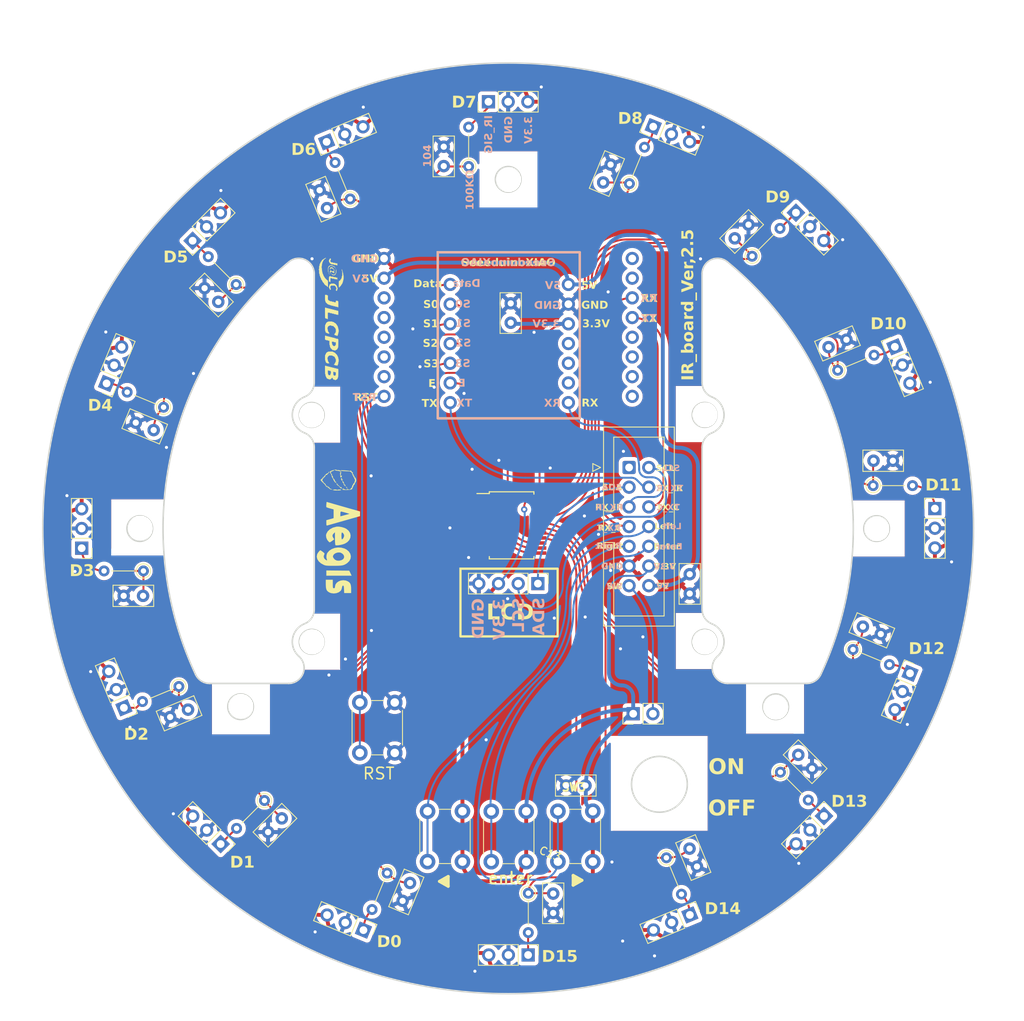
<source format=kicad_pcb>
(kicad_pcb (version 20221018) (generator pcbnew)
  (layers (0 "F.Cu" signal) (31 "B.Cu" signal) (34 "B.Paste" user) (35 "F.Paste" user) (36 "B.SilkS" user "B.Silkscreen") (37 "F.SilkS" user "F.Silkscreen") (38 "B.Mask" user) (39 "F.Mask" user) (44 "Edge.Cuts" user))
  (net 0 "")
  (net 1 "GND")
  (net 2 "+3.3V")
  (net 3 "IRout3")
  (net 4 "IRout4")
  (net 5 "IRout1")
  (net 6 "IRout2")
  (net 7 "IRout5")
  (net 8 "IRout6")
  (net 9 "IRout7")
  (net 10 "IRout8")
  (net 11 "D2")
  (net 12 "D3")
  (net 13 "D0")
  (net 14 "D1")
  (net 15 "D4")
  (net 16 "D5")
  (net 17 "D6")
  (net 18 "D7")
  (net 19 "D10")
  (net 20 "D11")
  (net 21 "D8")
  (net 22 "D9")
  (net 23 "D12")
  (net 24 "D13")
  (net 25 "D14")
  (net 26 "D15")
  (net 27 "IRout11")
  (net 28 "IRout12")
  (net 29 "IRout9")
  (net 30 "IRout10")
  (net 31 "IRout13")
  (net 32 "IRout14")
  (net 34 "S0")
  (net 35 "S1")
  (net 36 "S2")
  (net 37 "S3")
  (net 38 "E")
  (net 42 "+5V")
  (net 43 "IRout15")
  (net 44 "IRout0")
  (net 45 "RST")
  (net 46 "SDA_LCD")
  (net 47 "switch")
  (net 49 "SCL_LCD")
  (net 50 "TX_Boll")
  (net 51 "RX_Boll")
  (net 52 "TX_camera")
  (net 58 "RX_camera")
  (net 64 "Data_IR_sensor")
  (net 65 "LCD-TeensyD10")
  (net 66 "LCD-TeensyD11")
  (net 67 "LCD-TeensyD12")
  (footprint "Connector_PinHeader_2.54mm:PinHeader_1x03_P2.54mm_Vertical" (layer "F.Cu") (at 138.341699 164.755716 -90)
    (fp_text reference "U17" hide)
    (fp_text value "TSSP58038")
  )
  (footprint "JLCPCB:JLCPCB" (layer "F.Cu") (at 112.918834 82.654166 -90)
    (fp_text reference "G***" hide)
    (fp_text value "LOGO" hide)
  )
  (footprint "MountingHole:MountingHole_3.2mm_M3" (layer "F.Cu") (at 170.276 132.8)
    (fp_text reference "REF**" hide)
    (fp_text value "MountingHole_3.2mm_M3")
  )
  (footprint "Capacitor_THT:C_Disc_D5.0mm_W2.5mm_P2.50mm" (layer "F.Cu") (at 106.581975 147.14301 -135)
    (fp_text reference "C4" hide)
    (fp_text value "104")
  )
  (footprint "Capacitor_THT:C_Disc_D5.0mm_W2.5mm_P2.50mm" (layer "F.Cu") (at 177.076399 86.38062 22.5)
    (fp_text reference "C9" hide)
    (fp_text value "104" hide)
  )
  (footprint "Resistor_THT:R_Axial_DIN0204_L3.6mm_D1.6mm_P5.08mm_Vertical" (layer "F.Cu") (at 100.698859 78.312233 135)
    (fp_text reference "R6" hide)
    (fp_text value "22k" hide)
  )
  (footprint "Resistor_THT:R_Axial_DIN0204_L3.6mm_D1.6mm_P5.08mm_Vertical" (layer "F.Cu") (at 178.258619 89.365407 22.5)
    (fp_text reference "R9" hide)
    (fp_text value "22k")
  )
  (footprint "Resistor_THT:R_Axial_DIN0204_L3.6mm_D1.6mm_P5.08mm_Vertical" (layer "F.Cu") (at 151.40409 65.303441 67.5)
    (fp_text reference "R11" hide)
    (fp_text value "22k" hide)
  )
  (footprint "Capacitor_THT:C_Disc_D5.0mm_W2.5mm_P2.50mm" (layer "F.Cu") (at 90.064116 97.079129 157.5)
    (fp_text reference "C5" hide)
    (fp_text value "104" hide)
  )
  (footprint "Aegis:ver4" (layer "F.Cu") (at 114.06454 109.815392 -90)
    (fp_text reference "G***" hide)
    (fp_text value "LOGO" hide)
  )
  (footprint "Connector_PinHeader_2.54mm:PinHeader_1x03_P2.54mm_Vertical" (layer "F.Cu") (at 80.780983 112.306415 180)
    (fp_text reference "U5" hide)
    (fp_text value "TSSP58038")
  )
  (footprint "Resistor_THT:R_Axial_DIN0204_L3.6mm_D1.6mm_P5.08mm_Vertical" (layer "F.Cu") (at 104.347516 144.83784 -135)
    (fp_text reference "R4" hide)
    (fp_text value "22k")
  )
  (footprint "Connector_PinHeader_2.54mm:PinHeader_1x03_P2.54mm_Vertical" (layer "F.Cu") (at 95.084418 72.663452 135)
    (fp_text reference "U7" hide)
    (fp_text value "TSSP58038")
  )
  (footprint "Connector_PinHeader_2.54mm:PinHeader_1x03_P2.54mm_Vertical" (layer "F.Cu") (at 190.791 107.195)
    (fp_text reference "U13" hide)
    (fp_text value "TSSP58038")
  )
  (footprint "Connector_PinHeader_2.54mm:PinHeader_1x04_P2.54mm_Vertical" (layer "F.Cu") (at 139.606 116.87 -90)
    (fp_text reference "J1" hide)
    (fp_text value "Conn_01x04_Socket")
  )
  (footprint "Connector_PinHeader_2.54mm:PinHeader_1x03_P2.54mm_Vertical" (layer "F.Cu") (at 172.873247 69.049135 45)
    (fp_text reference "U11" hide)
    (fp_text value "TSSP58038")
  )
  (footprint "Capacitor_THT:C_Disc_D5.0mm_W2.5mm_P2.50mm" (layer "F.Cu") (at 173.178292 138.954725 -45)
    (fp_text reference "C14" hide)
    (fp_text value "104" hide)
  )
  (footprint "Connector_PinHeader_2.54mm:PinHeader_1x03_P2.54mm_Vertical" (layer "F.Cu") (at 159.196663 159.590682 -67.5)
    (fp_text reference "U16" hide)
    (fp_text value "TSSP58038")
  )
  (footprint "Button_Switch_THT:SW_PUSH_6mm_H5mm" (layer "F.Cu") (at 125.376 152.72 90)
    (fp_text reference "▶")
    (fp_text value "LCD" hide)
  )
  (footprint "Capacitor_THT:C_Disc_D5.0mm_W2.5mm_P2.50mm" (layer "F.Cu") (at 94.495584 133.120797 -157.5)
    (fp_text reference "C1" hide)
    (fp_text value "104")
  )
  (footprint "Connector_PinHeader_2.54mm:PinHeader_1x02_P2.54mm_Vertical" (layer "F.Cu") (at 151.891 133.65 90)
    (fp_text reference "SW4" hide)
    (fp_text value "SW_DIP_x01" hide)
  )
  (footprint "Capacitor_THT:C_Disc_D5.0mm_W2.5mm_P2.50mm" (layer "F.Cu") (at 159.18 115.66 -90)
    (fp_text reference "C17" hide)
    (fp_text value "C" hide)
  )
  (footprint "Connector_PinHeader_2.54mm:PinHeader_1x03_P2.54mm_Vertical" (layer "F.Cu") (at 133.230283 54.745699 90)
    (fp_text reference "U9" hide)
    (fp_text value "TSSP58038")
  )
  (footprint "Resistor_THT:R_Axial_DIN0204_L3.6mm_D1.6mm_P5.08mm_Vertical" (layer "F.Cu") (at 115.400691 67.27808 112.5)
    (fp_text reference "R7" hide)
    (fp_text value "22k" hide)
  )
  (footprint "Connector_PinHeader_2.54mm:PinHeader_1x03_P2.54mm_Vertical" (layer "F.Cu") (at 185.625965 86.340036 22.5)
    (fp_text reference "U12" hide)
    (fp_text value "TSSP58038")
  )
  (footprint "MountingHole:MountingHole_3.2mm_M3" (layer "F.Cu") (at 101.296 132.72)
    (fp_text reference "REF**" hide)
    (fp_text value "MountingHole_3.2mm_M3")
  )
  (footprint "Connector_PinHeader_2.54mm:PinHeader_1x03_P2.54mm_Vertical" (layer "F.Cu") (at 83.989963 91.062368 157.5)
    (fp_text reference "U6" hide)
    (fp_text value "TSSP58038")
  )
  (footprint "MountingHole:MountingHole_3.2mm_M3" (layer "F.Cu") (at 161.156 95.11)
    (fp_text reference "REF**" hide)
    (fp_text value "MountingHole_3.2mm_M3" hide)
  )
  (footprint "MountingHole:MountingHole_3.2mm_M3" (layer "F.Cu") (at 161.136 124.4)
    (fp_text reference "REF**" hide)
    (fp_text value "MountingHole_3.2mm_M3")
  )
  (footprint "Capacitor_THT:C_Disc_D5.0mm_W2.5mm_P2.50mm" (layer "F.Cu") (at 98.39369 80.546691 135)
    (fp_text reference "C6" hide)
    (fp_text value "104" hide)
  )
  (footprint "Capacitor_THT:C_Disc_D5.0mm_W2.5mm_P2.50mm" (layer "F.Cu") (at 159.156079 151.041116 -67.5)
    (fp_text reference "C15" hide)
    (fp_text value "104")
  )
  (footprint "Capacitor_THT:C_Disc_D5.0mm_W2.5mm_P2.50mm" (layer "F.Cu") (at 164.990008 72.358407 45)
    (fp_text reference "C12" hide)
    (fp_text value "104" hide)
  )
  (footprint "Capacitor_THT:C_Disc_D5.0mm_W2.5mm_P2.50mm" (layer "F.Cu") (at 182.875999 101.03)
    (fp_text reference "C10" hide)
    (fp_text value "104" hide)
  )
  (footprint "Resistor_THT:R_Axial_DIN0204_L3.6mm_D1.6mm_P5.08mm_Vertical" (layer "F.Cu") (at 170.873124 141.189183 -45)
    (fp_text reference "R14" hide)
    (fp_text value "22k")
  )
  (footprint "Connector_PinHeader_2.54mm:PinHeader_1x03_P2.54mm_Vertical" (layer "F.Cu") (at 86.223016 132.884381 -157.5)
    (fp_text reference "U4" hide)
    (fp_text value "TSSP58038")
  )
  (footprint "Resistor_THT:R_Axial_DIN0204_L3.6mm_D1.6mm_P5.08mm_Vertical" (layer "F.Cu") (at 180.233259 125.368807 -22.5)
    (fp_text reference "R13" hide)
    (fp_text value "22k")
  )
  (footprint "Resistor_THT:R_Axial_DIN0204_L3.6mm_D1.6mm_P5.08mm_Vertical" (layer "F.Cu") (at 93.313363 130.136008 -157.5)
    (fp_text reference "R1" hide)
    (fp_text value "22k" hide)
  )
  (footprint "Resistor_THT:R_Axial_DIN0204_L3.6mm_D1.6mm_P5.08mm_Vertical" (layer "F.Cu") (at 120.167892 154.197975 -112.5)
    (fp_text reference "R3" hide)
    (fp_text value "22k")
  )
  (footprint "Capacitor_THT:C_Disc_D5.0mm_W2.5mm_P2.50mm" (layer "F.Cu") (at 112.415903 68.4603 112.5)
    (fp_text reference "C7" hide)
    (fp_text value "104" hide)
  )
  (footprint "MountingHole:MountingHole_5.3mm_M5" (layer "F.Cu") (at 155.29 142.75)
    (fp_text reference "REF**" hide)
    (fp_text value "MountingHole_5.3mm_M5")
  )
  (footprint "MountingHole:MountingHole_3.2mm_M3" (layer "F.Cu") (at 88.326 109.73)
    (fp_text reference "REF**" hide)
    (fp_text value "MountingHole_3.2mm_M3")
  )
  (footprint "Resistor_THT:R_Axial_DIN0204_L3.6mm_D1.6mm_P5.08mm_Vertical" (layer "F.Cu") (at 130.676 63.09 90)
    (fp_text reference "R8" hide)
    (fp_text value "22k" hide)
  )
  (footprint "Connector_PinHeader_2.54mm:PinHeader_1x03_P2.54mm_Vertical" (layer "F.Cu") (at 176.487564 146.837964 -45)
    (fp_text reference "U15" hide)
    (fp_text value "TSSP58038")
  )
  (footprint "Connector_PinHeader_2.54mm:PinHeader_1x03_P2.54mm_Vertical" (layer "F.Cu") (at 154.47433 57.95468 67.5)
    (fp_text reference "U10" hide)
    (fp_text value "TSSP58038")
  )
  (footprint "Capacitor_THT:C_Disc_D5.0mm_W2.5mm_P2.50mm" (layer "F.Cu") (at 141.575984 156.841416 -90)
    (fp_text reference "C16" hide)
    (fp_text value "104")
  )
  (footprint "Connector_IDC:IDC-Header_2x07_P2.54mm_Vertical" (layer "F.Cu") (at 151.36 101.9)
    (fp_text reference "J2" hide)
    (fp_text value "Conn_02x07_Top_Bottom")
  )
  (footprint "Connector_PinHeader_2.54mm:PinHeader_1x03_P2.54mm_Vertical" (layer "F.Cu") (at 112.36146 59.916472 112.5)
    (fp_text reference "U8" hide)
    (fp_text value "TSSP58038")
  )
  (footprint "Connector_PinHeader_2.54mm:PinHeader_1x03_P2.54mm_Vertical" (layer "F.Cu") (at 187.58202 128.439047 -22.5)
    (fp_text reference "U14" hide)
    (fp_text value "TSSP58038")
  )
  (footprint "MountingHole:MountingHole_3.2mm_M3" (layer "F.Cu") (at 110.426 95.16)
    (fp_text reference "REF**" hide)
    (fp_text value "MountingHole_3.2mm_M3")
  )
  (footprint "Capacitor_THT:C_Disc_D5.0mm_W2.5mm_P2.50mm" (layer "F.Cu") (at 123.114413 155.472584 -112.5)
    (fp_text reference "C3" hide)
    (fp_text value "104")
  )
  (footprint "Resistor_THT:R_Axial_DIN0204_L3.6mm_D1.6mm_P5.08mm_Vertical" (layer "F.Cu") (at 182.826 104.24)
    (fp_text reference "R10" hide)
    (fp_text value "22k")
  )
  (footprint "Capacitor_THT:C_Disc_D5.0mm_W2.5mm_P2.50mm" (layer "F.Cu") (at 143.24 142.91)
    (fp_text reference "C19" hide)
    (fp_text value "C")
  )
  (footprint "MountingHole:MountingHole_3.2mm_M3" (layer "F.Cu") (at 110.476 124.39)
    (fp_text reference "REF**" hide)
    (fp_text value "MountingHole_3.2mm_M3")
  )
  (footprint "Resistor_THT:R_Axial_DIN0204_L3.6mm_D1.6mm_P5.08mm_Vertical" (layer "F.Cu") (at 167.224466 74.663575 45)
    (fp_text reference "R12" hide)
    (fp_text value "22k")
  )
  (footprint "Resistor_THT:R_Axial_DIN0204_L3.6mm_D1.6mm_P5.08mm_Vertical" (layer "F.Cu") (at 138.365982 156.791416 -90)
    (fp_text reference "R16" hide)
    (fp_text value "22k" hide)
  )
  (footprint "Capacitor_THT:C_Disc_D5.0mm_W2.5mm_P2.50mm" (layer "F.Cu") (at 136.1 80.74 -90)
    (fp_text reference "C18" hide)
    (fp_text value "C")
  )
  (footprint "MountingHole:MountingHole_3.2mm_M3" (layer "F.Cu") (at 183.296 109.79)
    (fp_text reference "REF**" hide)
    (fp_text value "MountingHole_3.2mm_M3")
  )
  (footprint "Resistor_THT:R_Axial_DIN0204_L3.6mm_D1.6mm_P5.08mm_Vertical" (layer "F.Cu") (at 156.171292 152.223336 -67.5)
    (fp_text reference "R15" hide)
    (fp_text value "22k" hide)
  )
  (footprint "Resistor_THT:R_Axial_DIN0204_L3.6mm_D1.6mm_P5.08mm_Vertical" (layer "F.Cu") (at 91.338724 94.132609 157.5)
    (fp_text reference "R5" hide)
    (fp_text value "22k" hide)
  )
  (footprint "Capacitor_THT:C_Disc_D5.0mm_W2.5mm_P2.50mm" (layer "F.Cu") (at 88.695283 118.450001 180)
    (fp_text reference "C2" hide)
    (fp_text value "104" hide)
  )
  (footprint "Seeeduino_Xiao:seeeduinoXIAO" (layer "F.Cu") (at 135.916 85.92 180)
    (fp_text reference "U1" hide)
    (fp_text value "SeeeduinoXIAO" hide)
  )
  (footprint "Capacitor_THT:C_Disc_D5.0mm_W2.5mm_P2.50mm" (layer "F.Cu") (at 181.507866 122.422288 -22.5)
    (fp_text reference "C13")
    (fp_text value "104" hide)
  )
  (footprint "Button_Switch_THT:SW_PUSH_6mm_H5mm" (layer "F.Cu") (at 133.596 152.73 90)
    (fp_text reference "enter")
    (fp_text value "LCD" hide)
  )
  (footprint "Capacitor_THT:C_Disc_D5.0mm_W2.5mm_P2.50mm" (layer "F.Cu") (at 148.021646 65.15485 67.5)
    (fp_text reference "C11" hide)
    (fp_text value "104" hide)
  )
  (footprint "Resistor_THT:R_Axial_DIN0204_L3.6mm_D1.6mm_P5.08mm_Vertical" (layer "F.Cu") (at 88.745283 115.24 180)
    (fp_text reference "R2" hide)
    (fp_text value "22k")
  )
  (footprint "Capacitor_THT:C_Disc_D5.0mm_W2.5mm_P2.50mm" (layer "F.Cu") (at 127.466 63.04 90)
    (fp_text reference "C8" hide)
    (fp_text value "104" hide)
  )
  (footprint "Connector_PinHeader_2.54mm:PinHeader_1x03_P2.54mm_Vertical" (layer "F.Cu") (at 98.698735 150.45228 -135)
    (fp_text reference "U3" hide)
    (fp_text value "TSSP58038")
  )
  (footprint "Open_MV:OpenMV" (layer "F.Cu") (at 135.77 117.75 180)
    (fp_text reference "U19" hide)
    (fp_text value "open_mv")
  )
  (footprint "Package_SO:SSOP-24_5.3x8.2mm_P0.65mm" (layer "F.Cu") (at 136.216 109.36)
    (fp_text reference "U18" hide)
    (fp_text value "CD74HC4067SM")
  )
  (footprint "Button_Switch_THT:SW_PUSH_6mm_H5mm" (layer "F.Cu") (at 142.186 152.72 90)
    (fp_text reference "SW3")
    (fp_text value "LCD" hide)
  )
  (footprint "Connector_PinHeader_2.54mm:PinHeader_1x03_P2.54mm_Vertical" (layer "F.Cu") (at 117.11151 161.552477 -112.5)
    (fp_text reference "U2" hide)
    (fp_text value "TSSP58038")
  )
  (footprint "MountingHole:MountingHole_3.2mm_M3" (layer "F.Cu") (at 135.81 64.77)
    (fp_text reference "REF**" hide)
    (fp_text value "MountingHole_3.2mm_M3")
  )
  (footprint "Button_Switch_THT:SW_PUSH_6mm_H5mm" (layer "F.Cu") (at 116.646 138.7 90)
    (fp_text reference "RST")
    (fp_text value "SW_DIP_x01")
  )
  (gr_rect (start 126.7 74.16) (end 145.01 95.57) (stroke (width 0.3)) (fill none) (layer "B.SilkS"))
  (gr_rect (start 126.7 74.16) (end 145.01 95.57) (stroke (width 0.3)) (fill none) (layer "F.SilkS"))
  (gr_rect (start 129.62 114.95) (end 142.15 123.68) (stroke (width 0.3)) (fill none) (layer "F.SilkS"))
  (gr_line (start 110.771801 76.926123) (end 110.771801 90.943465) (stroke (width 0.2)) (layer "Edge.Cuts"))
  (gr_circle (center 110.440558 124.37261) (end 112.040558 124.37261) (stroke (width 0.2)) (fill none) (layer "Edge.Cuts"))
  (gr_arc (start 162.030131 92.800863) (mid 163.603007 95.122604) (end 162.030131 97.444357) (stroke (width 0.2)) (layer "Edge.Cuts"))
  (gr_arc (start 108.786963 126.24761) (mid 109.334912 128.454705) (end 107.464088 129.74761) (stroke (width 0.2)) (layer "Edge.Cuts"))
  (gr_line (start 174.271801 129.74761) (end 164.079514 129.74761) (stroke (width 0.2)) (layer "Edge.Cuts"))
  (gr_circle (center 101.271801 132.74761) (end 102.921801 132.74761) (stroke (width 0.2)) (fill none) (layer "Edge.Cuts"))
  (gr_arc (start 108.786963 126.24761) (mid 107.977202 123.946165) (end 109.513471 122.050863) (stroke (width 0.2)) (layer "Edge.Cuts"))
  (gr_circle (center 170.271801 132.74761) (end 171.921801 132.74761) (stroke (width 0.2)) (fill none) (layer "Edge.Cuts"))
  (gr_arc (start 95.460036 128.594669) (mid 92.369117 99.926354) (end 107.501213 75.381583) (stroke (width 0.2)) (layer "Edge.Cuts"))
  (gr_arc (start 160.771801 99.301755) (mid 161.115981 98.179978) (end 162.030131 97.444357) (stroke (width 0.2)) (layer "Edge.Cuts"))
  (gr_arc (start 109.513471 97.444357) (mid 107.940575 95.122604) (end 109.513471 92.800863) (stroke (width 0.2)) (layer "Edge.Cuts"))
  (gr_arc (start 97.271801 129.74761) (mid 96.198048 129.434934) (end 95.460036 128.594669) (stroke (width 0.2)) (layer "Edge.Cuts"))
  (gr_arc (start 160.771801 76.926123) (mid 161.917741 75.117626) (end 164.042389 75.381583) (stroke (width 0.2)) (layer "Edge.Cuts"))
  (gr_circle (center 161.103044 124.37261) (end 162.703044 124.37261) (stroke (width 0.2)) (fill none) (layer "Edge.Cuts"))
  (gr_arc (start 162.030131 122.050863) (mid 163.56637 123.94617) (end 162.756639 126.24761) (stroke (width 0.2)) (layer "Edge.Cuts"))
  (gr_arc (start 162.030131 92.800863) (mid 161.11602 92.065207) (end 160.771801 90.943465) (stroke (width 0.2)) (layer "Edge.Cuts"))
  (gr_circle (center 88.27181 109.778318) (end 89.92181 109.778318) (stroke (width 0.2)) (fill none) (layer "Edge.Cuts"))
  (gr_arc (start 176.083566 128.594669) (mid 175.345551 129.43493) (end 174.271801 129.74761) (stroke (width 0.2)) (layer "Edge.Cuts"))
  (gr_line (start 160.771801 90.943465) (end 160.771801 76.926123) (stroke (width 0.2)) (layer "Edge.Cuts"))
  (gr_arc (start 109.513471 97.444357) (mid 110.427617 98.179998) (end 110.771801 99.301755) (stroke (width 0.2)) (layer "Edge.Cuts"))
  (gr_circle (center 155.271801 142.74761) (end 158.871801 142.74761) (stroke (width 0.2)) (fill none) (layer "Edge.Cuts"))
  (gr_line (start 160.771801 120.193465) (end 160.771801 99.301755) (stroke (width 0.2)) (layer "Edge.Cuts"))
  (gr_circle (center 183.271792 109.778318) (end 184.921792 109.778318) (stroke (width 0.2)) (fill none) (layer "Edge.Cuts"))
  (gr_arc (start 162.030131 122.050863) (mid 161.11602 121.315207) (end 160.771801 120.193465) (stroke (width 0.2)) (layer "Edge.Cuts"))
  (gr_arc (start 164.079514 129.74761) (mid 162.208664 128.454715) (end 162.756639 126.24761) (stroke (width 0.2)) (layer "Edge.Cuts"))
  (gr_arc (start 164.042389 75.381583) (mid 179.174478 99.926353) (end 176.083566 128.594669) (stroke (width 0.2)) (layer "Edge.Cuts"))
  (gr_arc (start 110.771801 90.943465) (mid 110.427613 92.065233) (end 109.513471 92.800863) (stroke (width 0.2)) (layer "Edge.Cuts"))
  (gr_line (start 110.771801 99.301755) (end 110.771801 120.193465) (stroke (width 0.2)) (layer "Edge.Cuts"))
  (gr_circle (center 135.771801 64.747609) (end 137.421801 64.747609) (stroke (width 0.2)) (fill none) (layer "Edge.Cuts"))
  (gr_arc (start 107.501213 75.381583) (mid 109.625852 75.117642) (end 110.771801 76.926123) (stroke (width 0.2)) (layer "Edge.Cuts"))
  (gr_line (start 107.464088 129.74761) (end 97.271801 129.74761) (stroke (width 0.2)) (layer "Edge.Cuts"))
  (gr_circle (center 110.440558 95.12261) (end 112.040558 95.12261) (stroke (width 0.2)) (fill none) (layer "Edge.Cuts"))
  (gr_arc (start 110.771801 120.193465) (mid 110.427613 121.315233) (end 109.513471 122.050863) (stroke (width 0.2)) (layer "Edge.Cuts"))
  (gr_circle (center 135.771801 109.74761) (end 195.771801 109.74761) (stroke (width 0.2)) (fill none) (layer "Edge.Cuts"))
  (gr_circle (center 161.103044 95.12261) (end 162.703044 95.12261) (stroke (width 0.2)) (fill none) (layer "Edge.Cuts"))
  (gr_text "5V" (at 155.69 117.25) (layer "B.SilkS") (effects (font (size 0.8 0.8) (thickness 0.2) bold) (justify mirror)))
  (gr_text "Right" (at 148.67 112.06) (layer "B.SilkS") (effects (font (size 0.8 0.8) (thickness 0.2) bold) (justify mirror)))
  (gr_text "100KΩ" (at 131.47 68.71 90) (layer "B.SilkS") (effects (font (size 1 1) (thickness 0.1) bold) (justify left bottom)))
  (gr_text "3.3V" (at 135.57 118.83 90) (layer "B.SilkS") (effects (font (size 1.5 1.5) (thickness 0.3) bold) (justify left bottom mirror)))
  (gr_text "SeeeduinoXIAO" (at 135.73 75.51) (layer "B.SilkS") (effects (font (size 1 1) (thickness 0.2) bold) (justify mirror)))
  (gr_text "S3" (at 130.893496 89.11) (layer "B.SilkS") (effects (font (size 1 1) (thickness 0.1) bold) (justify left bottom mirror)))
  (gr_text "3.3V" (at 155.94 114.71) (layer "B.SilkS") (effects (font (size 0.8 0.8) (thickness 0.2) bold) (justify mirror)))
  (gr_text "S1" (at 130.943496 83.95) (layer "B.SilkS") (effects (font (size 1 1) (thickness 0.1) bold) (justify left bottom mirror)))
  (gr_text "104" (at 125.99 63.18 90) (layer "B.SilkS") (effects (font (size 1 1) (thickness 0.1) bold) (justify left bottom)))
  (gr_text "S0" (at 130.923496 81.46) (layer "B.SilkS") (effects (font (size 1 1) (thickness 0.1) bold) (justify left bottom mirror)))
  (gr_text "5V" (at 142.568722 79.06) (layer "B.SilkS") (effects (font (size 1 1) (thickness 0.1) bold) (justify left bottom mirror)))
  (gr_text "Left" (at 156.89 109.52) (layer "B.SilkS") (effects (font (size 0.8 0.8) (thickness 0.2) bold) (justify mirror)))
  (gr_text "5V" (at 117.728722 78.21) (layer "B.SilkS") (effects (font (size 1 1) (thickness 0.1) bold) (justify left bottom mirror)))
  (gr_text "RST\n" (at 118.768722 93.5) (layer "B.SilkS") (effects (font (size 1 1) (thickness 0.1) bold) (justify left bottom mirror)))
  (gr_text "SDA" (at 149.13 104.52) (layer "B.SilkS") (effects (font (size 0.8 0.8) (thickness 0.2) bold) (justify mirror)))
  (gr_text "SW" (at 149.46 117.26) (layer "B.SilkS") (effects (font (size 0.8 0.8) (thickness 0.2) bold) (justify mirror)))
  (gr_text "TX_IR" (at 156.6 104.62) (layer "B.SilkS") (effects (font (size 0.8 0.8) (thickness 0.2) bold) (justify mirror)))
  (gr_text "Data" (at 132.203496 78.79) (layer "B.SilkS") (effects (font (size 1 1) (thickness 0.1) bold) (justify left bottom mirror)))
  (gr_text "TX" (at 154.903196 83.3) (layer "B.SilkS") (effects (font (size 1 1) (thickness 0.1) bold) (justify left bottom mirror)))
  (gr_text "RX_C" (at 148.71 109.74) (layer "B.SilkS") (effects (font (size 0.8 0.8) (thickness 0.2) bold) (justify mirror)))
  (gr_text "GND" (at 142.588722 81.62) (layer "B.SilkS") (effects (font (size 1 1) (thickness 0.1) bold) (justify left bottom mirror)))
  (gr_text "RX_IR" (at 148.81 107.08) (layer "B.SilkS") (effects (font (size 0.8 0.8) (thickness 0.2) bold) (justify mirror)))
  (gr_text "RX\n" (at 142.548722 94.23) (layer "B.SilkS") (effects (font (size 1 1) (thickness 0.1) bold) (justify left bottom mirror)))
  (gr_text "TX" (at 131.123496 94.22) (layer "B.SilkS") (effects (font (size 1 1) (thickness 0.1) bold) (justify left bottom mirror)))
  (gr_text "IR_SIG" (at 133.872 56.47 90) (layer "B.SilkS") (effects (font (size 1 1) (thickness 0.1) bold) (justify left bottom mirror)))
  (gr_text "Enter" (at 156.54 112.13) (layer "B.SilkS") (effects (font (size 0.8 0.8) (thickness 0.2) bold) (justify mirror)))
  (gr_text "E\n" (at 130.273496 91.65) (layer "B.SilkS") (effects (font (size 1 1) (thickness 0.1) bold) (justify left bottom mirror)))
  (gr_text "SCL" (at 138.07 118.72 90) (layer "B.SilkS") (effects (font (size 1.5 1.5) (thickness 0.3) bold) (justify left bottom mirror)))
  (gr_text "3.3V" (at 142.458722 84.01) (layer "B.SilkS") (effects (font (size 1 1) (thickness 0.1) bold) (justify left bottom mirror)))
  (gr_text "SDA\n" (at 140.68 118.68 90) (layer "B.SilkS") (effects (font (size 1.5 1.5) (thickness 0.3) bold) (justify left bottom mirror)))
  (gr_text "GND" (at 132.86 118.77 90) (layer "B.SilkS") (effects (font (size 1.5 1.5) (thickness 0.3) bold) (justify left bottom mirror)))
  (gr_text "GND" (at 136.45 56.61 90) (layer "B.SilkS") (effects (font (size 1 1) (thickness 0.1) bold) (justify left bottom mirror)))
  (gr_text "SCL" (at 156.75 102.02) (layer "B.SilkS") (effects (font (size 0.8 0.8) (thickness 0.175) bold) (justify mirror)))
  (gr_text "GND" (at 118.968722 75.62) (layer "B.SilkS") (effects (font (size 1 1) (thickness 0.1) bold) (justify left bottom mirror)))
  (gr_text "TX_C" (at 156.4 107.08) (layer "B.SilkS") (effects (font (size 0.8 0.8) (thickness 0.2) bold) (justify mirror)))
  (gr_text "S2\n" (at 130.983496 86.48) (layer "B.SilkS") (effects (font (size 1 1) (thickness 0.1) bold) (justify left bottom mirror)))
  (gr_text "3.3V\n" (at 139.02 56.62 90) (layer "B.SilkS") (effects (font (size 1 1) (thickness 0.1) bold) (justify left bottom mirror)))
  (gr_text "RX" (at 154.963196 80.71) (layer "B.SilkS") (effects (font (size 1 1) (thickness 0.1) bold) (justify left bottom mirror)))
  (gr_text "GND" (at 149.15 114.67) (layer "B.SilkS") (effects (font (size 0.8 0.8) (thickness 0.2) bold) (justify mirror)))
  (gr_text "LCD" (at 132.95 121.83) (layer "F.SilkS") (effects (font (size 2 2) (thickness 0.3) bold) (justify left bottom)))
  (gr_text "Left" (at 155.88 109.52) (layer "F.SilkS") (effects (font (size 0.8 0.8) (thickness 0.2) bold)))
  (gr_text "Enter" (at 156.23 112.13) (layer "F.SilkS") (effects (font (size 0.8 0.8) (thickness 0.2) bold)))
  (gr_text "D15" (at 140.09 165.9) (layer "F.SilkS") (effects (font (size 1.5 1.5) (thickness 0.3) bold) (justify left bottom)))
  (gr_text "ON\n" (at 161.57 141.77) (layer "F.SilkS") (effects (font (size 2 2) (thickness 0.3) bold) (justify left bottom)))
  (gr_text "D6" (at 107.79 61.85) (layer "F.SilkS") (effects (font (size 1.5 1.5) (thickness 0.3) bold) (justify left bottom)))
  (gr_text "D9" (at 168.92 67.98) (layer "F.SilkS") (effects (font (size 1.5 1.5) (thickness 0.3) bold) (justify left bottom)))
  (gr_text "3.3V" (at 145.32 83.99) (layer "F.SilkS") (effects (font (size 1 1) (thickness 0.1) bold) (justify left bottom)))
  (gr_text "RX_C" (at 148.87 109.73) (layer "F.SilkS") (effects (font (size 0.8 0.8) (thickness 0.2) bold)))
  (gr_text "E\n" (at 125.47 91.69) (layer "F.SilkS") (effects (font (size 1 1) (thickness 0.1) bold) (justify left bottom)))
  (gr_text "D11" (at 189.55 105.11) (layer "F.SilkS") (effects (font (size 1.5 1.5) (thickness 0.3) bold) (justify left bottom)))
  (gr_text "RST\n" (at 115.88 93.49) (layer "F.SilkS") (effects (font (size 1 1) (thickness 0.1) bold) (justify left bottom)))
  (gr_text "D10" (at 182.47 84.32) (layer "F.SilkS") (effects (font (size 1.5 1.5) (thickness 0.3) bold) (justify left bottom)))
  (gr_text "D5" (at 91.3 75.72) (layer "F.SilkS") (effects (font (size 1.5 1.5) (thickness 0.3) bold) (justify left bottom)))
  (gr_text "IR_board_Ver,2.5" (at 159.88 90.72 90) (layer "F.SilkS") (effects (font (size 1.5 1.5) (thickness 0.3) bold) (justify left bottom)))
  (gr_text "D0" (at 118.83 163.99) (layer "F.SilkS") (effects (font (size 1.5 1.5) (thickness 0.3) bold) (justify left bottom)))
  (gr_text "RX_IR" (at 148.77 107.07) (layer "F.SilkS") (effects (font (size 0.8 0.8) (thickness 0.2) bold)))
  (gr_text "D3" (at 79.21 116.16) (layer "F.SilkS") (effects (font (size 1.5 1.5) (thickness 0.3) bold) (justify left bottom)))
  (gr_text "RX" (at 152.9 80.73) (layer "F.SilkS") (effects (font (size 1 1) (thickness 0.1) bold) (justify left bottom)))
  (gr_text "D12\n" (at 187.4 126.21) (layer "F.SilkS") (effects (font (size 1.5 1.5) (thickness 0.3) bold) (justify left bottom)))
  (gr_text "D14\n\n" (at 161.1 162.26) (layer "F.SilkS") (effects (font (size 1.5 1.5) (thickness 0.3) bold) (justify left bottom)))
  (gr_text "S0" (at 124.82 81.5) (layer "F.SilkS") (effects (font (size 1 1) (thickness 0.1) bold) (justify left bottom)))
  (gr_text "Data" (at 123.54 78.83) (layer "F.SilkS") (effects (font (size 1 1) (thickness 0.1) bold) (justify left bottom)))
  (gr_text "D2" (at 86.22 137.26) (layer "F.SilkS") (effects (font (size 1.5 1.5) (thickness 0.3) bold) (justify left bottom)))
  (gr_text "SCL" (at 156.02 102.02) (layer "F.SilkS") (effects (font (size 0.8 0.8) (thickness 0.175) bold)))
  (gr_text "SDA" (at 149.18 104.49) (layer "F.SilkS") (effects (font (size 0.8 0.8) (thickness 0.2) bold)))
  (gr_text "RX\n" (at 145.23 94.21) (layer "F.SilkS") (effects (font (size 1 1) (thickness 0.1) bold) (justify left bottom)))
  (gr_text "D4" (at 81.57 94.84) (layer "F.SilkS") (effects (font (size 1.5 1.5) (thickness 0.3) bold) (justify left bottom)))
  (gr_text "SeeeduinoXIAO" (at 135.8 75.52) (layer "F.SilkS") (effects (font (size 1 1) (thickness 0.2) bold)))
  (gr_text "5V" (at 155.69 117.24) (layer "F.SilkS") (effects (font (size 0.8 0.8) (thickness 0.2) bold)))
  (gr_text "5V" (at 116.92 78.2) (layer "F.SilkS") (effects (font (size 1 1) (thickness 0.1) bold) (justify left bottom)))
  (gr_text "D7" (at 128.48 55.75) (layer "F.SilkS") (effects (font (size 1.5 1.5) (thickness 0.3) bold) (justify left bottom)))
  (gr_text "D8" (at 149.91 57.85) (layer "F.SilkS") (effects (font (size 1.5 1.5) (thickness 0.3) bold) (justify left bottom)))
  (gr_text "Right" (at 148.91 112.05) (layer "F.SilkS") (effects (font (size 0.8 0.8) (thickness 0.2) bold)))
  (gr_text "S2\n" (at 124.76 86.52) (layer "F.SilkS") (effects (font (size 1 1) (thickness 0.1) bold) (justify left bottom)))
  (gr_text "S1" (at 124.8 83.99) (layer "F.SilkS") (effects (font (size 1 1) (thickness 0.1) bold) (justify left bottom)))
  (gr_text "TX" (at 124.62 94.26) (layer "F.SilkS") (effects (font (size 1 1) (thickness 0.1) bold) (justify left bottom)))
  (gr_text "GND" (at 149.17 114.68) (layer "F.SilkS") (effects (font (size 0.8 0.8) (thickness 0.2) bold)))
  (gr_text "D13\n" (at 177.428016 145.897512) (layer "F.SilkS") (effects (font (size 1.5 1.5) (thickness 0.3) bold) (justify left bottom)))
  (gr_text "TX_C" (at 156.37 107.08) (layer "F.SilkS") (effects (font (size 0.8 0.8) (thickness 0.2) bold)))
  (gr_text "5V" (at 145.21 79.04) (layer "F.SilkS") (effects (font (size 1 1) (thickness 0.1) bold) (justify left bottom)))
  (gr_text "3.3V" (at 155.99 114.71) (layer "F.SilkS") (effects (font (size 0.8 0.8) (thickness 0.2) bold)))
  (gr_text "▶" (at 144.72 155.23 180) (layer "F.SilkS") (effects (font (size 1.5 1.5) (thickness 0.375) bold) (justify mirror)))
  (gr_text "GND" (at 115.68 75.61) (layer "F.SilkS") (effects (font (size 1 1) (thickness 0.1) bold) (justify left bottom)))
  (gr_text "GND" (at 145.19 81.6) (layer "F.SilkS") (effects (font (size 1 1) (thickness 0.1) bold) (justify left bottom)))
  (gr_text "TX_IR" (at 156.57 104.62) (layer "F.SilkS") (effects (font (size 0.8 0.8) (thickness 0.2) bold)))
  (gr_text "TX" (at 152.96 83.32) (layer "F.SilkS") (effects (font (size 1 1) (thickness 0.1) bold) (justify left bottom)))
  (gr_text "D1" (at 99.89 153.75) (layer "F.SilkS") (effects (font (size 1.5 1.5) (thickness 0.3) bold) (justify left bottom)))
  (gr_text "S3" (at 124.85 89.15) (layer "F.SilkS") (effects (font (size 1 1) (thickness 0.1) bold) (justify left bottom)))
  (gr_text "SW" (at 149.5 117.26) (layer "F.SilkS") (effects (font (size 0.8 0.8) (thickness 0.2) bold)))
  (gr_text "OFF" (at 161.53 147.1) (layer "F.SilkS") (effects (font (size 2 2) (thickness 0.5) bold) (justify left bottom)))
  (via (at 87.01 135.39) (size 0.8) (drill 0.4) (layers "F.Cu" "B.Cu") (net 1))
  (via (at 148.66 79.26) (size 0.8) (drill 0.4) (layers "F.Cu" "B.Cu") (net 1))
  (via (at 98.73 66.19) (size 0.8) (drill 0.4) (layers "F.Cu" "B.Cu") (net 1))
  (via (at 141.72 121.32) (size 0.8) (drill 0.4) (layers "F.Cu" "B.Cu") (net 1))
  (via (at 95.2 89.78) (size 0.8) (drill 0.4) (layers "F.Cu" "B.Cu") (net 1))
  (via (at 153.14 123.74) (size 0.8) (drill 0.4) (layers "F.Cu" "B.Cu") (net 1))
  (via (at 112.66 128.66) (size 0.8) (drill 0.4) (layers "F.Cu" "B.Cu") (net 1))
  (via (at 114.79 126.6) (size 0.8) (drill 0.4) (layers "F.Cu" "B.Cu") (net 1))
  (via (at 190.18 90.91) (size 0.8) (drill 0.4) (layers "F.Cu" "B.Cu") (net 1))
  (via (at 79.92 115.31) (size 0.8) (drill 0.4) (layers "F.Cu" "B.Cu") (net 1))
  (via (at 130.67 113.51) (size 0.8) (drill 0.4) (layers "F.Cu" "B.Cu") (net 1))
  (via (at 123.48 84.03) (size 0.8) (drill 0.4) (layers "F.Cu" "B.Cu") (net 1))
  (via (at 140.04 52.84) (size 0.8) (drill 0.4) (layers "F.Cu" "B.Cu") (net 1))
  (via (at 147.42 110.52) (size 0.8) (drill 0.4) (layers "F.Cu" "B.Cu") (net 1))
  (via (at 132.93 137.01) (size 0.8) (drill 0.4) (layers "F.Cu" "B.Cu") (net 1))
  (via (at 187.24 135.03) (size 0.8) (drill 0.4) (layers "F.Cu" "B.Cu") (net 1))
  (via (at 134.57 100.98) (size 0.8) (drill 0.4) (layers "F.Cu" "B.Cu") (net 1))
  (via (at 120.21 162.58) (size 0.8) (drill 0.4) (layers "F.Cu" "B.Cu") (net 1))
  (via (at 118.14 122.92) (size 0.8) (drill 0.4) (layers "F.Cu" "B.Cu") (net 1))
  (via (at 83.89 84.43) (size 0.8) (drill 0.4) (layers "F.Cu" "B.Cu") (net 1))
  (via (at 131.12 102.13) (size 0.8) (drill 0.4) (layers "F.Cu" "B.Cu") (net 1))
  (via (at 178.9 72.53) (size 0.8) (drill 0.4) (layers "F.Cu" "B.Cu") (net 1))
  (via (at 124.4 88.91) (size 0.8) (drill 0.4) (layers "F.Cu" "B.Cu") (net 1))
  (via (at 139.11 84.47) (size 0.8) (drill 0.4) (layers "F.Cu" "B.Cu") (net 1))
  (via (at 160.92 58.02) (size 0.8) (drill 0.4) (layers "F.Cu" "B.Cu") (net 1))
  (via (at 130.08 92.35) (size 0.8) (drill 0.4) (layers "F.Cu" "B.Cu") (net 1))
  (via (at 92.6 146.55) (size 0.8) (drill 0.4) (layers "F.Cu" "B.Cu") (net 1))
  (via (at 160.57 75) (size 0.8) (drill 0.4) (layers "F.Cu" "B.Cu") (net 1))
  (via (at 110.88 161.78) (size 0.8) (drill 0.4) (layers "F.Cu" "B.Cu") (net 1))
  (via (at 150.53 162.96) (size 0.8) (drill 0.4) (layers "F.Cu" "B.Cu") (net 1))
  (via (at 135.7 118.82) (size 0.8) (drill 0.4) (layers "F.Cu" "B.Cu") (net 1))
  (via (at 126.23 91.55) (size 0.8) (drill 0.4) (layers "F.Cu" "B.Cu") (net 1))
  (via (at 149.15 152.77) (size 0.8) (drill 0.4) (layers "F.Cu" "B.Cu") (net 1))
  (via (at 148.98 115.18) (size 0.8) (drill 0.4) (layers "F.Cu" "B.Cu") (net 1))
  (via (at 131.48 166.85) (size 0.8) (drill 0.4) (layers "F.Cu" "B.Cu") (net 1))
  (via (at 145.6 108.15) (size 0.8) (drill 0.4) (layers "F.Cu" "B.Cu") (net 1))
  (via (at 192.94 114.07) (size 0.8) (drill 0.4) (layers "F.Cu" "B.Cu") (net 1))
  (via (at 81.94 128.22) (size 0.8) (drill 0.4) (layers "F.Cu" "B.Cu") (net 1))
  (via (at 91.71 99.31) (size 0.8) (drill 0.4) (layers "F.Cu" "B.Cu") (net 1))
  (via (at 150.63 99.82) (size 0.8) (drill 0.4) (layers "F.Cu" "B.Cu") (net 1))
  (via (at 117.09 55.44) (size 0.8) (drill 0.4) (layers "F.Cu" "B.Cu") (net 1))
  (via (at 145.7 121.18) (size 0.8) (drill 0.4) (layers "F.Cu" "B.Cu") (net 1))
  (via (at 141.19 101.97) (size 0.8) (drill 0.4) (layers "F.Cu" "B.Cu") (net 1))
  (via (at 78.88 105.53) (size 0.8) (drill 0.4) (layers "F.Cu" "B.Cu") (net 1))
  (via (at 173.24 152.94) (size 0.8) (drill 0.4) (layers "F.Cu" "B.Cu") (net 1))
  (via (at 150.25 125.28) (size 0.8) (drill 0.4) (layers "F.Cu" "B.Cu") (net 1))
  (via (at 118.1 102.98) (size 0.8) (drill 0.4) (layers "F.Cu" "B.Cu") (net 1))
  (via (at 154.64 164.87) (size 0.8) (drill 0.4) (layers "F.Cu" "B.Cu") (net 1))
  (via (at 128.26 109.69) (size 0.8) (drill 0.4) (layers "F.Cu" "B.Cu") (net 1))
  (via (at 110.48 74.99) (size 0.8) (drill 0.4) (layers "F.Cu" "B.Cu") (net 1))
  (segment (start 154.503355 161.534714) (end 154.465286 161.534714) (width 0.25) (layer "F.Cu") (net 2))
  (segment (start 139.816 87.100004) (end 139.816 105.785) (width 0.25) (layer "F.Cu") (net 2))
  (segment (start 91.981948 71.768052) (end 94.67866 69.07134) (width 0.5) (layer "F.Cu") (net 2))
  (segment (start 129.876 128.096079) (end 129.876 146.22) (width 0.5) (layer "F.Cu") (net 2))
  (segment (start 80.780983 107.226415) (end 80.780983 91.522078) (width 0.5) (layer "F.Cu") (net 2))
  (segment (start 154.503355 161.534714) (end 150.985147 161.534716) (width 0.5) (layer "F.Cu") (net 2))
  (segment (start 176.465349 72.641237) (end 187.570009 83.745898) (width 0.5) (layer "F.Cu") (net 2))
  (segment (start 95.106633 146.860178) (end 95.106633 146.606633) (width 0.25) (layer "F.Cu") (net 2))
  (segment (start 138.856681 168) (end 136.505986 168) (width 0.5) (layer "F.Cu") (net 2))
  (segment (start 132.406004 155.25) (end 135.576002 155.25) (width 0.5) (layer "F.Cu") (net 2))
  (segment (start 138.310283 54.745699) (end 154.014633 54.745699) (width 0.5) (layer "F.Cu") (net 2))
  (segment (start 133.005983 164.5) (end 117.309755 164.5) (width 0.5) (layer "F.Cu") (net 2))
  (segment (start 133.261699 164.755716) (end 133.005983 164.5) (width 0.25) (layer "F.Cu") (net 2))
  (segment (start 172.895462 150.430066) (end 172.569934 150.430066) (width 0.25) (layer "F.Cu") (net 2))
  (segment (start 137.5 153.326) (end 138.096 152.73) (width 0.25) (layer "F.Cu") (net 2))
  (segment (start 146.686 157.235572) (end 146.686 152.72) (width 0.5) (layer "F.Cu") (net 2))
  (segment (start 172.569934 150.430066) (end 161.465279 161.534722) (width 0.5) (layer "F.Cu") (net 2))
  (segment (start 137.84 107.31) (end 137.84 106.981518) (width 0.25) (layer "F.Cu") (net 2))
  (segment (start 193.5 105.349657) (end 193.5 109.566002) (width 0.5) (layer "F.Cu") (net 2))
  (segment (start 174.499262 66.249262) (end 176.465355 68.215355) (width 0.5) (layer "F.Cu") (net 2))
  (segment (start 129.876 152.72) (end 129.876 146.22) (width 0.5) (layer "F.Cu") (net 2))
  (segment (start 138.096 152.73) (end 138.096 146.23) (width 0.5) (layer "F.Cu") (net 2))
  (segment (start 146.686 152.72) (end 146.686 146.22) (width 0.5) (layer "F.Cu") (net 2))
  (segment (start 97.03767 153.237671) (end 95.106634 151.306635) (width 0.5) (layer "F.Cu") (net 2))
  (segment (start 179.465212 148.034788) (end 177.069936 150.430064) (width 0.5) (layer "F.Cu") (net 2))
  (segment (start 190.791 112.275) (end 190.791 127.979359) (width 0.5) (layer "F.Cu") (net 2))
  (segment (start 77.5 111.825263) (end 77.5 110.507392) (width 0.5) (layer "F.Cu") (net 2))
  (segment (start 95.106633 146.606633) (end 84.278982 135.778983) (width 0.5) (layer "F.Cu") (net 2))
  (segment (start 98.67652 69.07135) (end 109.775432 57.972438) (width 0.5) (layer "F.Cu") (net 2))
  (segment (start 131.473482 52) (end 135.564578 52) (width 0.5) (layer "F.Cu") (net 2))
  (segment (start 139.036518 105.785) (end 139.816 105.785) (width 0.25) (layer "F.Cu") (net 2))
  (via (at 137.84 107.31) (size 0.8) (drill 0.4) (layers "F.Cu" "B.Cu") (net 2))
  (arc (start 77.5 110.507392) (mid 78.460976 108.187391) (end 80.780983 107.226415) (width 0.5) (layer "F.Cu") (net 2))
  (arc (start 193.5 105.349657) (mid 191.958839 97.601716) (end 187.569997 91.033344) (width 0.5) (layer "F.Cu") (net 2))
  (arc (start 84.278984 128.191073) (mid 82.707475 131.985029) (end 84.278982 135.778983) (width 0.5) (layer "F.Cu") (net 2))
  (arc (start 117.309755 164.5) (mid 113.850903 163.0673) (end 112.418202 159.608445) (width 0.5) (layer "F.Cu") (net 2))
  (arc (start 187.569997 91.033344) (mid 189.079286 87.389615) (end 187.570009 83.745898) (width 0.5) (layer "F.Cu") (net 2))
  (arc (start 95.106634 151.306635) (mid 94.185742 149.083406) (end 95.106633 146.860178) (width 0.5) (layer "F.Cu") (net 2))
  (arc (start 80.780983 91.522078) (mid 82.290267 87.878344) (end 85.933995 86.36906) (width 0.5) (layer "F.Cu") (net 2))
  (arc (start 129.876 128.096079) (mid 131.084493 122.020573) (end 134.526 116.87) (width 0.5) (layer "F.Cu") (net 2))
  (arc (start 176.465355 68.215355) (mid 177.381984 70.428293) (end 176.465349 72.641237) (width 0.5) (layer "F.Cu") (net 2))
  (arc (start 139.036518 105.785) (mid 138.190452 106.135452) (end 137.84 106.981518) (width 0.25) (layer "F.Cu") (net 2))
  (arc (start 129.876 152.72) (mid 130.617021 154.508979) (end 132.406004 155.25) (width 0.5) (layer "F.Cu") (net 2))
  (arc (start 136.505986 168) (mid 134.211929 167.04977) (end 133.261699 164.755716) (width 0.5) (layer "F.Cu") (net 2))
  (arc (start 174.499262 66.249262) (mid 167.465072 61.549166) (end 159.167638 59.898712) (width 0.5) (layer "F.Cu") (net 2))
  (arc (start 117.054768 57.97244) (mid 113.415102 56.464839) (end 109.775432 57.972438) (width 0.5) (layer "F.Cu") (net 2))
  (arc (start 146.686 157.235572) (mid 147.945191 160.275527) (end 150.985147 161.534716) (width 0.5) (layer "F.Cu") (net 2))
  (arc (start 84.278984 128.191073) (mid 79.261781 120.682335) (end 77.5 111.825263) (width 0.5) (layer "F.Cu") (net 2))
  (arc (start 137.5 153.326) (mid 136.936474 154.686474) (end 135.576002 155.25) (width 0.5) (layer "F.Cu") (net 2))
  (arc (start 97.03767 153.237671) (mid 104.094263 157.952735) (end 112.418202 159.608445) (width 0.5) (layer "F.Cu") (net 2))
  (arc (start 139.816 87.100004) (mid 140.905564 84.469564) (end 143.536 83.38) (width 0.25) (layer "F.Cu") (net 2))
  (arc (start 179.465212 148.034788) (mid 184.033736 141.197508) (end 185.637988 133.132355) (width 0.5) (layer "F.Cu") (net 2))
  (arc (start 135.564578 52) (mid 137.506085 52.804198) (end 138.310283 54.745699) (width 0.5) (layer "F.Cu") (net 2))
  (arc (start 154.014633 54.745699) (mid 157.658358 56.254979) (end 159.167638 59.898712) (width 0.5) (layer "F.Cu") (net 2))
  (arc (start 85.933995 86.36906) (mid 87.505807 78.467069) (end 91.981948 71.768052) (width 0.5) (layer "F.Cu") (net 2))
  (arc (start 117.054768 57.97244) (mid 123.670143 53.55218) (end 131.473482 52) (width 0.5) (layer "F.Cu") (net 2))
  (arc (start 172.895462 150.430066) (mid 174.982698 151.294626) (end 177.069936 150.430064) (width 0.5) (layer "F.Cu") (net 2))
  (arc (start 138.856681 168) (mid 147.304008 166.319722) (end 154.465286 161.534714) (width 0.5) (layer "F.Cu") (net 2))
  (arc (start 185.637988 133.132355) (mid 189.281717 131.623082) (end 190.791 127.979359) (width 0.5) (layer "F.Cu") (net 2))
  (arc (start 193.5 109.566002) (mid 192.706553 111.481553) (end 190.791 112.275) (width 0.5) (layer "F.Cu") (net 2))
  (arc (start 154.503355 161.534714) (mid 157.984321 162.976582) (end 161.465279 161.534722) (width 0.5) (layer "F.Cu") (net 2))
  (arc (start 98.67652 69.07135) (mid 96.677585 68.243358) (end 94.67866 69.07134) (width 0.5) (layer "F.Cu") (net 2))
  (segment (start 151.022332 115.87) (end 152.630005 115.87) (width 0.25) (layer "B.Cu") (net 2))
  (segment (start 151.504446 133.65) (end 148.350999 136.803447) (width 0.5) (layer "B.Cu") (net 2))
  (segment (start 151.891 133.65) (end 151.504446 133.65) (width 0.5) (layer "B.Cu") (net 2))
  (segment (start 151.371 133.13) (end 151.196376 133.13) (width 0.25) (layer "B.Cu") (net 2))
  (segment (start 143.536 83.38) (end 135.94 83.38) (width 0.5) (layer "B.Cu") (net 2))
  (segment (start 145.78 144.879786) (end 145.77 144.889786) (width 0.5) (layer "B.Cu") (net 2))
  (segment (start 145.78 143.010387) (end 145.78 144.879786) (width 0.5) (layer "B.Cu") (net 2))
  (segment (start 146.062877 145.596877) (end 146.686 146.22) (width 0.5) (layer "B.Cu") (net 2))
  (segment (start 137.84 107.31) (end 137.9 107.37) (width 0.25) (layer "B.Cu") (net 2))
  (segment (start 151.891 133.65) (end 151.891 131.464698) (width 0.5) (layer "B.Cu") (net 2))
  (segment (start 137.9 107.37) (end 137.9 108.724467) (width 0.25) (layer "B.Cu") (net 2))
  (segment (start 148.76 128.333691) (end 148.76 118.132332) (width 0.5) (layer "B.Cu") (net 2))
  (segment (start 151.891 133.65) (end 151.371 133.13) (width 0.25) (layer "B.Cu") (net 2))
  (arc (start 150.416302 129.99) (mid 149.245122 129.504878) (end 148.76 128.333691) (width 0.5) (layer "B.Cu") (net 2))
  (arc (start 151.196376 133.13) (mid 141.933117 136.966905) (end 138.096 146.23) (width 0.5) (layer "B.Cu") (net 2))
  (arc (start 151.022332 115.87) (mid 149.422622 116.532622) (end 148.76 118.132332) (width 0.25) (layer "B.Cu") (net 2))
  (arc (start 151.891 131.464698) (mid 151.459071 130.421929) (end 150.416302 129.99) (width 0.5) (layer "B.Cu") (net 2))
  (arc (start 153.9 114.6) (mid 153.528027 115.498027) (end 152.630005 115.87) (width 0.25) (layer "B.Cu") (net 2))
  (arc (start 145.77 144.889786) (mid 145.846113 145.272467) (end 146.062877 145.596877) (width 0.5) (layer "B.Cu") (net 2))
  (arc (start 137.9 108.724467) (mid 137.02313 113.132789) (end 134.526 116.87) (width 0.25) (layer "B.Cu") (net 2))
  (arc (start 145.78 143.010387) (mid 146.448181 139.651215) (end 148.350999 136.803447) (width 0.5) (layer "B.Cu") (net 2))
  (segment (start 80.780983 112.306415) (end 80.780983 112.355695) (width 0.25) (layer "F.Cu") (net 3))
  (arc (start 83.665283 115.24) (mid 81.625776 114.395207) (end 80.780983 112.355695) (width 0.25) (layer "F.Cu") (net 3))
  (segment (start 86.600525 92.143686) (end 86.645416 92.188577) (width 0.25) (layer "F.Cu") (net 4))
  (arc (start 86.600525 92.143686) (mid 85.402802 91.343393) (end 83.989963 91.062368) (width 0.25) (layer "F.Cu") (net 4))
  (segment (start 98.698735 150.45228) (end 100.721073 148.429942) (width 0.25) (layer "F.Cu") (net 5))
  (segment (start 100.721073 148.429942) (end 100.755414 148.429942) (width 0.25) (layer "F.Cu") (net 5))
  (segment (start 86.223016 132.884381) (end 87.815714 132.884381) (width 0.25) (layer "F.Cu") (net 6))
  (segment (start 87.815714 132.884381) (end 88.620055 132.08004) (width 0.25) (layer "F.Cu") (net 6))
  (segment (start 95.084418 72.663452) (end 97.106757 74.685791) (width 0.25) (layer "F.Cu") (net 7))
  (segment (start 97.106757 74.685791) (end 97.106757 74.720131) (width 0.25) (layer "F.Cu") (net 7))
  (segment (start 112.36146 59.916472) (end 112.36146 59.940796) (width 0.25) (layer "F.Cu") (net 8))
  (arc (start 113.456659 62.584772) (mid 112.646081 61.37168) (end 112.36146 59.940796) (width 0.25) (layer "F.Cu") (net 8))
  (segment (start 133.230283 54.745699) (end 133.230283 55.455717) (width 0.25) (layer "F.Cu") (net 9))
  (segment (start 133.230283 55.455717) (end 130.676 58.01) (width 0.25) (layer "F.Cu") (net 9))
  (segment (start 153.393034 60.565221) (end 153.348122 60.610133) (width 0.25) (layer "F.Cu") (net 10))
  (arc (start 153.393034 60.565221) (mid 154.19331 59.367523) (end 154.47433 57.95468) (width 0.25) (layer "F.Cu") (net 10))
  (segment (start 94.120797 133.120797) (end 94.495584 133.120797) (width 0.25) (layer "F.Cu") (net 11))
  (segment (start 131.407004 109.685) (end 132.616 109.685) (width 0.25) (layer "F.Cu") (net 11))
  (segment (start 93.313363 130.136008) (end 93.138992 130.136008) (width 0.25) (layer "F.Cu") (net 11))
  (segment (start 90.466885 136.656885) (end 95.979764 142.169764) (width 0.25) (layer "F.Cu") (net 11))
  (segment (start 93.138992 130.136008) (end 90.466885 132.808115) (width 0.25) (layer "F.Cu") (net 11))
  (segment (start 100.957444 142.169764) (end 126.485937 116.641271) (width 0.25) (layer "F.Cu") (net 11))
  (segment (start 93.313363 130.136008) (end 93.313363 131.171531) (width 0.25) (layer "F.Cu") (net 11))
  (arc (start 126.485937 116.641271) (mid 127.551 115.047292) (end 127.925 113.167004) (width 0.25) (layer "F.Cu") (net 11))
  (arc (start 90.466885 132.808115) (mid 89.669779 134.7325) (end 90.466885 136.656885) (width 0.25) (layer "F.Cu") (net 11))
  (arc (start 94.120797 133.120797) (mid 93.523198 132.226446) (end 93.313363 131.171531) (width 0.25) (layer "F.Cu") (net 11))
  (arc (start 95.979764 142.169764) (mid 98.468604 143.200675) (end 100.957444 142.169764) (width 0.25) (layer "F.Cu") (net 11))
  (arc (start 127.925 113.167004) (mid 128.944855 110.704855) (end 131.407004 109.685) (width 0.25) (layer "F.Cu") (net 11))
  (segment (start 88.745283 115.24) (end 88.745283 118.400001) (width 0.25) (layer "F.Cu") (net 12))
  (segment (start 82.89 104.725493) (end 82.89 109.380572) (width 0.25) (layer "F.Cu") (net 12))
  (segment (start 116.075 92.494) (end 116.075 77.254155) (width 0.25) (layer "F.Cu") (net 12))
  (segment (start 88.745283 115.24) (end 87.887877 115.240011) (width 0.25) (layer "F.Cu") (net 12))
  (segment (start 91.323003 98.366997) (end 90.406912 99.283088) (width 0.25) (layer "F.Cu") (net 12))
  (segment (start 88.745283 118.400001) (end 88.695283 118.450001) (width 0.25) (layer "F.Cu") (net 12))
  (segment (start 106.371955 75.858045) (end 96.597933 85.632067) (width 0.25) (layer "F.Cu") (net 12))
  (arc (start 82.89 109.380572) (mid 83.382401 111.856041) (end 84.784626 113.954626) (width 0.25) (layer "F.Cu") (net 12))
  (arc (start 86.865489 100.75) (mid 84.054395 101.914395) (end 82.89 104.725493) (width 0.25) (layer "F.Cu") (net 12))
  (arc (start 90.406912 99.283088) (mid 88.78208 100.368764) (end 86.865489 100.75) (width 0.25) (layer "F.Cu") (net 12))
  (arc (start 132.616 109.035) (mid 120.919747 104.190253) (end 116.075 92.494) (width 0.25) (layer "F.Cu") (net 12))
  (arc (start 84.784626 113.954626) (mid 86.20841 114.905961) (end 87.887877 115.240011) (width 0.25) (layer "F.Cu") (net 12))
  (arc (start 112.245846 73.425) (mid 109.066919 74.057328) (end 106.371955 75.858045) (width 0.25) (layer "F.Cu") (net 12))
  (arc (start 96.597933 85.632067) (mid 93.831439 89.77243) (end 92.859991 94.65632) (width 0.25) (layer "F.Cu") (net 12))
  (arc (start 116.075 77.254155) (mid 114.953465 74.546532) (end 112.245846 73.425) (width 0.25) (layer "F.Cu") (net 12))
  (arc (start 92.859991 94.65632) (mid 92.460546 96.66454) (end 91.323003 98.366997) (width 0.25) (layer "F.Cu") (net 12))
  (segment (start 132.616 110.985) (end 131.240632 110.985) (width 0.25) (layer "F.Cu") (net 13))
  (segment (start 120.260312 154.290395) (end 120.167892 154.197975) (width 0.25) (layer "F.Cu") (net 13))
  (segment (start 112.967727 146.99781) (end 120.167892 154.197975) (width 0.25) (layer "F.Cu") (net 13))
  (segment (start 127.287499 117.112501) (end 112.967726 131.432274) (width 0.25) (layer "F.Cu") (net 13))
  (arc (start 131.240632 110.985) (mid 129.532522 111.692522) (end 128.825 113.400632) (width 0.25) (layer "F.Cu") (net 13))
  (arc (start 128.825 113.400632) (mid 128.425417 115.409488) (end 127.287499 117.112501) (width 0.25) (layer "F.Cu") (net 13))
  (arc (start 120.260312 154.290395) (mid 121.569765 155.165344) (end 123.114413 155.472584) (width 0.25) (layer "F.Cu") (net 13))
  (arc (start 112.967727 146.99781) (mid 109.743999 139.215042) (end 112.967726 131.432274) (width 0.25) (layer "F.Cu") (net 13))
  (segment (start 106.581975 147.14301) (end 104.347516 144.908551) (width 0.25) (layer "F.Cu") (net 14))
  (segment (start 132.616 110.335) (end 131.349307 110.335) (width 0.25) (layer "F.Cu") (net 14))
  (segment (start 104.347516 144.908551) (end 104.347516 144.83784) (width 0.25) (layer "F.Cu") (net 14))
  (segment (start 126.904723 116.858881) (end 104.3475 139.416104) (width 0.25) (layer "F.Cu") (net 14))
  (arc (start 128.375 113.309307) (mid 127.992888 115.230328) (end 126.904723 116.858881) (width 0.25) (layer "F.Cu") (net 14))
  (arc (start 128.375 113.309307) (mid 129.246154 111.206154) (end 131.349307 110.335) (width 0.25) (layer "F.Cu") (net 14))
  (arc (start 104.3475 139.416104) (mid 103.224625 142.12697) (end 104.347516 144.83784) (width 0.25) (layer "F.Cu") (net 14))
  (segment (start 94.080735 87.512869) (end 106.280984 75.31262) (width 0.25) (layer "F.Cu") (net 15))
  (segment (start 91.246312 94.225021) (end 91.338724 94.132609) (width 0.25) (layer "F.Cu") (net 15))
  (segment (start 116.525 77.043479) (end 116.525 92.294001) (width 0.25) (layer "F.Cu") (net 15))
  (segment (start 111.924499 72.975) (end 112.45652 72.975) (width 0.25) (layer "F.Cu") (net 15))
  (arc (start 116.525 92.294001) (mid 121.237944 103.672056) (end 132.616 108.385) (width 0.25) (layer "F.Cu") (net 15))
  (arc (start 111.924499 72.975) (mid 108.870251 73.582528) (end 106.280984 75.31262) (width 0.25) (layer "F.Cu") (net 15))
  (arc (start 112.45652 72.975) (mid 115.33337 74.16663) (end 116.525 77.043479) (width 0.25) (layer "F.Cu") (net 15))
  (arc (start 91.246312 94.225021) (mid 90.371358 95.534482) (end 90.064116 97.079129) (width 0.25) (layer "F.Cu") (net 15))
  (arc (start 91.338724 94.132609) (mid 92.051349 90.550059) (end 94.080735 87.512869) (width 0.25) (layer "F.Cu") (net 15))
  (segment (start 112.51482 72.525) (end 111.568895 72.525) (width 0.25) (layer "F.Cu") (net 16))
  (segment (start 100.698859 78.312233) (end 98.464401 80.546691) (width 0.25) (layer "F.Cu") (net 16))
  (segment (start 106.214236 74.742972) (end 102.64497 78.312238) (width 0.25) (layer "F.Cu") (net 16))
  (segment (start 98.464401 80.546691) (end 98.39369 80.546691) (width 0.25) (layer "F.Cu") (net 16))
  (segment (start 116.975 92.094005) (end 116.975 76.98518) (width 0.25) (layer "F.Cu") (net 16))
  (arc (start 132.616 107.735) (mid 121.556141 103.153859) (end 116.975 92.094005) (width 0.25) (layer "F.Cu") (net 16))
  (arc (start 111.568895 72.525) (mid 108.670975 73.101432) (end 106.214236 74.742972) (width 0.25) (layer "F.Cu") (net 16))
  (arc (start 102.64497 78.312238) (mid 101.671914 78.71529) (end 100.698859 78.312233) (width 0.25) (layer "F.Cu") (net 16))
  (arc (start 116.975 76.98518) (mid 115.668644 73.831356) (end 112.51482 72.525) (width 0.25) (layer "F.Cu") (net 16))
  (segment (start 115.400691 67.27808) (end 115.270031 67.27808) (width 0.25) (layer "F.Cu") (net 17))
  (segment (start 117.425 69.302393) (end 117.425 91.893998) (width 0.25) (layer "F.Cu") (net 17))
  (arc (start 115.270031 67.27808) (mid 113.72539 67.585328) (end 112.415903 68.4603) (width 0.25) (layer "F.Cu") (net 17))
  (arc (start 117.425 91.893998) (mid 121.874341 102.635659) (end 132.616 107.085) (width 0.25) (layer "F.Cu") (net 17))
  (arc (start 115.400691 67.27808) (mid 116.83209 67.870984) (end 117.425 69.302393) (width 0.25) (layer "F.Cu") (net 17))
  (segment (start 119.183984 71.322016) (end 127.416 63.09) (width 0.25) (layer "F.Cu") (net 18))
  (segment (start 127.516 63.09) (end 127.466 63.04) (width 0.25) (layer "F.Cu") (net 18))
  (segment (start 130.676 63.09) (end 127.516 63.09) (width 0.25) (layer "F.Cu") (net 18))
  (segment (start 127.416 63.09) (end 130.676 63.09) (width 0.25) (layer "F.Cu") (net 18))
  (segment (start 117.875 91.694001) (end 117.875 74.482183) (width 0.25) (layer "F.Cu") (net 18))
  (arc (start 117.875 74.482183) (mid 118.215194 72.771913) (end 119.183984 71.322016) (width 0.25) (layer "F.Cu") (net 18))
  (arc (start 132.616 106.435) (mid 122.192539 102.117461) (end 117.875 91.694001) (width 0.25) (layer "F.Cu") (net 18))
  (segment (start 165.406055 75.249659) (end 174.803503 84.647107) (width 0.25) (layer "F.Cu") (net 19))
  (segment (start 146.55 101.001001) (end 146.55 77.739792) (width 0.25) (layer "F.Cu") (net 19))
  (segment (start 178.258619 86.222113) (end 178.258619 89.365407) (width 0.25) (layer "F.Cu") (net 19))
  (segment (start 177.076399 86.38062) (end 177.076399 86.511315) (width 0.25) (layer "F.Cu") (net 19))
  (segment (start 175.51061 84.94) (end 176.976506 84.94) (width 0.25) (layer "F.Cu") (net 19))
  (segment (start 151.339792 72.95) (end 159.854186 72.95) (width 0.25) (layer "F.Cu") (net 19))
  (arc (start 159.854186 72.95) (mid 162.858836 73.547662) (end 165.406055 75.249659) (width 0.25) (layer "F.Cu") (net 19))
  (arc (start 151.339792 72.95) (mid 147.952898 74.352898) (end 146.55 77.739792) (width 0.25) (layer "F.Cu") (net 19))
  (arc (start 175.51061 84.94) (mid 175.127927 84.86388) (end 174.803503 84.647107) (width 0.25) (layer "F.Cu") (net 19))
  (arc (start 139.816 107.735) (mid 144.577657 105.762657) (end 146.55 101.001001) (width 0.25) (layer "F.Cu") (net 19))
  (arc (start 178.258619 89.365407) (mid 177.38364 88.055923) (end 177.076399 86.511315) (width 0.25) (layer "F.Cu") (net 19))
  (arc (start 176.976506 84.94) (mid 177.883097 85.315522) (end 178.258619 86.222113) (width 0.25) (layer "F.Cu") (net 19))
  (segment (start 182.826 101.079999) (end 182.875999 101.03) (width 0.25) (layer "F.Cu") (net 20))
  (segment (start 174.425605 84.905605) (end 165.469663 75.949663) (width 0.25) (layer "F.Cu") (net 20))
  (segment (start 147 77.9386) (end 147 101.201002) (width 0.25) (layer "F.Cu") (net 20))
  (segment (start 182.826 104.24) (end 182.826 101.079999) (width 0.25) (layer "F.Cu") (net 20))
  (segment (start 159.314232 73.4) (end 151.5386 73.4) (width 0.25) (layer "F.Cu") (net 20))
  (segment (start 180.27 101.684005) (end 180.27 99.015203) (width 0.25) (layer "F.Cu") (net 20))
  (arc (start 139.816 108.385) (mid 144.895856 106.280856) (end 147 101.201002) (width 0.25) (layer "F.Cu") (net 20))
  (arc (start 176.843926 90.743926) (mid 179.379592 94.538819) (end 180.27 99.015203) (width 0.25) (layer "F.Cu") (net 20))
  (arc (start 151.5386 73.4) (mid 148.329325 74.729325) (end 147 77.9386) (width 0.25) (layer "F.Cu") (net 20))
  (arc (start 175.83 88.296091) (mid 175.46501 86.461184) (end 174.425605 84.905605) (width 0.25) (layer "F.Cu") (net 20))
  (arc (start 165.469663 75.949663) (mid 162.645527 74.062636) (end 159.314232 73.4) (width 0.25) (layer "F.Cu") (net 20))
  (arc (start 180.27 101.684005) (mid 181.018634 103.491366) (end 182.826 104.24) (width 0.25) (layer "F.Cu") (net 20))
  (arc (start 176.843926 90.743926) (mid 176.09351 89.62085) (end 175.83 88.296091) (width 0.25) (layer "F.Cu") (net 20))
  (segment (start 148.021646 65.15485) (end 151.255499 65.15485) (width 0.25) (layer "F.Cu") (net 21))
  (segment (start 145.65 100.601012) (end 145.65 71.057494) (width 0.25) (layer "F.Cu") (net 21))
  (segment (start 151.255499 65.15485) (end 151.40409 65.303441) (width 0.25) (layer "F.Cu") (net 21))
  (arc (start 139.816 106.435) (mid 143.941264 104.726264) (end 145.65 100.601012) (width 0.25) (layer "F.Cu") (net 21))
  (arc (start 151.40409 65.303441) (mid 150.66115 67.09706) (end 148.867534 67.84) (width 0.25) (layer "F.Cu") (net 21))
  (arc (start 148.867534 67.84) (mid 146.592394 68.78237) (end 145.65 71.057494) (width 0.25) (layer "F.Cu") (net 21))
  (segment (start 160.233028 72.5) (end 151.098286 72.5) (width 0.25) (layer "F.Cu") (net 22))
  (segment (start 146.1 77.498286) (end 146.1 100.801002) (width 0.25) (layer "F.Cu") (net 22))
  (segment (start 164.990008 72.358407) (end 167.224466 74.592865) (width 0.25) (layer "F.Cu") (net 22))
  (segment (start 167.224466 74.592865) (end 167.224466 74.663575) (width 0.25) (layer "F.Cu") (net 22))
  (arc (start 165.456373 74.663581) (mid 163.05988 73.062295) (end 160.233028 72.5) (width 0.25) (layer "F.Cu") (net 22))
  (arc (start 146.1 100.801002) (mid 144.25946 105.24446) (end 139.816 107.085) (width 0.25) (layer "F.Cu") (net 22))
  (arc (start 146.1 77.498286) (mid 147.563964 73.963964) (end 151.098286 72.5) (width 0.25) (layer "F.Cu") (net 22))
  (arc (start 165.456373 74.663581) (mid 166.340416 75.029764) (end 167.224466 74.663575) (width 0.25) (layer "F.Cu") (net 22))
  (segment (start 180.233259 128.766741) (end 180.233259 128.425) (width 0.25) (layer "F.Cu") (net 23))
  (segment (start 139.816 109.035) (end 139.821 109.03) (width 0.25) (layer "F.Cu") (net 23))
  (segment (start 180.325689 125.276377) (end 180.233259 125.368807) (width 0.25) (layer "F.Cu") (net 23))
  (segment (start 148.237088 120.737088) (end 165.94929 138.44929) (width 0.25) (layer "F.Cu") (net 23))
  (segment (start 180.233259 131.169889) (end 180.233259 128.425) (width 0.25) (layer "F.Cu") (net 23))
  (segment (start 180.233259 128.425) (end 180.233259 125.368807) (width 0.25) (layer "F.Cu") (net 23))
  (arc (start 181.507866 122.422288) (mid 181.200628 123.966938) (end 180.325689 125.276377) (width 0.25) (layer "F.Cu") (net 23))
  (arc (start 170.550711 138.449289) (mid 172.432929 137.191631) (end 174.653156 136.75) (width 0.25) (layer "F.Cu") (net 23))
  (arc (start 180.233259 131.169889) (mid 178.598882 135.115623) (end 174.653156 136.75) (width 0.25) (layer "F.Cu") (net 23))
  (arc (start 148.237088 120.737088) (mid 146.514791 118.159488) (end 145.91 115.119001) (width 0.25) (layer "F.Cu") (net 23))
  (arc (start 165.94929 138.44929) (mid 168.25 139.402275) (end 170.550711 138.449289) (width 0.25) (layer "F.Cu") (net 23))
  (arc (start 145.91 115.119001) (mid 144.126573 110.813427) (end 139.821 109.03) (width 0.25) (layer "F.Cu") (net 23))
  (segment (start 170.873124 141.189183) (end 173.107582 138.954725) (width 0.25) (layer "F.Cu") (net 24))
  (segment (start 147.770383 120.906779) (end 168.052796 141.189191) (width 0.25) (layer "F.Cu") (net 24))
  (segment (start 173.107582 138.954725) (end 173.178292 138.954725) (width 0.25) (layer "F.Cu") (net 24))
  (arc (start 170.873124 141.189183) (mid 169.462956 141.773298) (end 168.052796 141.189191) (width 0.25) (layer "F.Cu") (net 24))
  (arc (start 139.816 109.685) (mid 143.806911 111.338089) (end 145.46 115.328999) (width 0.25) (layer "F.Cu") (net 24))
  (arc (start 145.46 115.328999) (mid 146.060449 118.347682) (end 147.770383 120.906779) (width 0.25) (layer "F.Cu") (net 24))
  (segment (start 152.991588 152.223336) (end 156.171292 152.223336) (width 0.25) (layer "F.Cu") (net 25))
  (segment (start 156.171292 152.223336) (end 156.301969 152.223336) (width 0.25) (layer "F.Cu") (net 25))
  (segment (start 148.325 123.532241) (end 148.325 147.556748) (width 0.25) (layer "F.Cu") (net 25))
  (arc (start 159.156079 151.041116) (mid 157.846594 151.916092) (end 156.301969 152.223336) (width 0.25) (layer "F.Cu") (net 25))
  (arc (start 139.816 110.335) (mid 143.488712 111.856288) (end 145.01 115.529001) (width 0.25) (layer "F.Cu") (net 25))
  (arc (start 148.325 123.532241) (mid 148.061402 122.207013) (end 147.310701 121.083493) (width 0.25) (layer "F.Cu") (net 25))
  (arc (start 148.325 147.556748) (mid 149.691812 150.856524) (end 152.991588 152.223336) (width 0.25) (layer "F.Cu") (net 25))
  (arc (start 145.01 115.529001) (mid 145.607933 118.535121) (end 147.310701 121.083493) (width 0.25) (layer "F.Cu") (net 25))
  (segment (start 138.365982 156.791416) (end 141.525984 156.791416) (width 0.25) (layer "F.Cu") (net 26))
  (segment (start 144.56 115.728994) (end 144.56 152.987012) (width 0.25) (layer "F.Cu") (net 26))
  (segment (start 141.525984 156.791416) (end 141.575984 156.841416) (width 0.25) (layer "F.Cu") (net 26))
  (segment (start 142.797012 154.75) (end 140.407384 154.75) (width 0.25) (layer "F.Cu") (net 26))
  (arc (start 140.407384 154.75) (mid 138.96389 155.347918) (end 138.365982 156.791416) (width 0.25) (layer "F.Cu") (net 26))
  (arc (start 139.816 110.985) (mid 143.170516 112.374484) (end 144.56 115.728994) (width 0.25) (layer "F.Cu") (net 26))
  (arc (start 142.797012 154.75) (mid 144.043633 154.233633) (end 144.56 152.987012) (width 0.25) (layer "F.Cu") (net 26))
  (segment (start 190.791 107.124995) (end 190.791 107.195) (width 0.25) (layer "F.Cu") (net 27))
  (arc (start 190.791 107.124995) (mid 189.946005 105.084995) (end 187.906 104.24) (width 0.25) (layer "F.Cu") (net 27))
  (segment (start 187.53711 128.394137) (end 187.58202 128.439047) (width 0.25) (layer "F.Cu") (net 28))
  (arc (start 187.53711 128.394137) (mid 186.339409 127.593859) (end 184.926567 127.312839) (width 0.25) (layer "F.Cu") (net 28))
  (segment (start 172.873247 69.049135) (end 170.850909 71.071473) (width 0.25) (layer "F.Cu") (net 29))
  (segment (start 170.850909 71.071473) (end 170.816568 71.071473) (width 0.25) (layer "F.Cu") (net 29))
  (segment (start 182.951927 87.421375) (end 183.015451 87.421375) (width 0.25) (layer "F.Cu") (net 30))
  (arc (start 185.625965 86.340036) (mid 184.428224 87.140357) (end 183.015451 87.421375) (width 0.25) (layer "F.Cu") (net 30))
  (segment (start 174.465226 144.781285) (end 176.487564 146.803623) (width 0.25) (layer "F.Cu") (net 31))
  (segment (start 176.487564 146.803623) (end 176.487564 146.837964) (width 0.25) (layer "F.Cu") (net 31))
  (segment (start 159.196663 159.590682) (end 159.196663 159.527147) (width 0.25) (layer "F.Cu") (net 32))
  (arc (start 158.115324 156.916644) (mid 158.915647 158.114384) (end 159.196663 159.527147) (width 0.25) (layer "F.Cu") (net 32))
  (segment (start 128.296 80.84) (end 128.84 80.84) (width 0.25) (layer "F.Cu") (net 34))
  (segment (start 134.266 105.691272) (end 134.266 113.07646) (width 0.25) (layer "F.Cu") (net 34))
  (segment (start 128.84 84.745) (end 128.156995 84.745) (width 0.25) (layer "F.Cu") (net 34))
  (segment (start 131.123239 111.635) (end 132.616 111.635) (width 0.25) (layer "F.Cu") (net 34))
  (segment (start 133.359728 104.785) (end 133.110171 104.785) (width 0.25) (layer "F.Cu") (net 34))
  (segment (start 132.41746 114.925) (end 130.716795 114.925) (width 0.25) (layer "F.Cu") (net 34))
  (segment (start 129.84 81.84) (end 129.84 83.745) (width 0.25) (layer "F.Cu") (net 34))
  (segment (start 123.21 89.691995) (end 123.21 94.884826) (width 0.25) (layer "F.Cu") (net 34))
  (arc (start 134.266 113.07646) (mid 133.724575 114.383575) (end 132.41746 114.925) (width 0.25) (layer "F.Cu") (net 34))
  (arc (start 129.275 113.483237) (mid 129.816337 112.176337) (end 131.123239 111.635) (width 0.25) (layer "F.Cu") (net 34))
  (arc (start 128.84 80.84) (mid 129.547107 81.132893) (end 129.84 81.84) (width 0.25) (layer "F.Cu") (net 34))
  (arc (start 129.84 83.745) (mid 129.547107 84.452107) (end 128.84 84.745) (width 0.25) (layer "F.Cu") (net 34))
  (arc (start 123.21 89.691995) (mid 124.658941 86.193941) (end 128.156995 84.745) (width 0.25) (layer "F.Cu") (net 34))
  (arc (start 123.21 94.884826) (mid 126.109693 101.885305) (end 133.110171 104.785) (width 0.25) (layer "F.Cu") (net 34))
  (arc (start 133.359728 104.785) (mid 134.000559 105.050441) (end 134.266 105.691272) (width 0.25) (layer "F.Cu") (net 34))
  (arc (start 129.275 113.483237) (mid 129.697305 114.502721) (end 130.716795 114.925) (width 0.25) (layer "F.Cu") (net 34))
  (segment (start 122.76 88.916004) (end 122.76 95.20123) (width 0.25) (layer "F.Cu") (net 35))
  (segment (start 133.202139 105.235) (end 132.79377 105.235) (width 0.25) (layer "F.Cu") (net 35))
  (segment (start 133.816 105.848861) (end 133.816 111.803632) (width 0.25) (layer "F.Cu") (net 35))
  (segment (start 133.334632 112.285) (end 132.616 112.285) (width 0.25) (layer "F.Cu") (net 35))
  (arc (start 133.816 111.803632) (mid 133.675011 112.144011) (end 133.334632 112.285) (width 0.25) (layer "F.Cu") (net 35))
  (arc (start 122.76 88.916004) (mid 124.381458 85.001458) (end 128.296 83.38) (width 0.25) (layer "F.Cu") (net 35))
  (arc (start 133.816 105.848861) (mid 133.636204 105.414796) (end 133.202139 105.235) (width 0.25) (layer "F.Cu") (net 35))
  (arc (start 122.76 95.20123) (mid 125.698823 102.296177) (end 132.79377 105.235) (width 0.25) (layer "F.Cu") (net 35))
  (segment (start 135.166 105.383221) (end 135.166 108.504556) (width 0.25) (layer "F.Cu") (net 36))
  (segment (start 131.040003 88.36147) (end 131.039996 87.479739) (width 0.25) (layer "F.Cu") (net 36))
  (segment (start 138.946444 112.285) (end 139.816 112.285) (width 0.25) (layer "F.Cu") (net 36))
  (segment (start 129.701483 89.7) (end 128.201979 89.7) (width 0.25) (layer "F.Cu") (net 36))
  (segment (start 124.11 93.791979) (end 124.11 94.327219) (width 0.25) (layer "F.Cu") (net 36))
  (segment (start 128.296 85.92) (end 129.480245 85.92) (width 0.25) (layer "F.Cu") (net 36))
  (arc (start 133.667779 103.885) (mid 134.727181 104.323819) (end 135.166 105.383221) (width 0.25) (layer "F.Cu") (net 36))
  (arc (start 128.201979 89.7) (mid 125.308513 90.898513) (end 124.11 93.791979) (width 0.25) (layer "F.Cu") (net 36))
  (arc (start 133.667779 103.885) (mid 126.909409 101.085591) (end 124.11 94.327219) (width 0.25) (layer "F.Cu") (net 36))
  (arc (start 129.701483 89.7) (mid 130.647963 89.307953) (end 131.040003 88.36147) (width 0.25) (layer "F.Cu") (net 36))
  (arc (start 135.166 108.504556) (mid 136.273266 111.177734) (end 138.946444 112.285) (width 0.25) (layer "F.Cu") (net 36))
  (arc (start 129.480245 85.92) (mid 130.583151 86.376836) (end 131.039996 87.479739) (width 0.25) (layer "F.Cu") (net 36))
  (segment (start 128.296 85.996) (end 128.296 85.92) (width 0.25) (layer "B.Cu") (net 36))
  (segment (start 123.66 94.587975) (end 123.66 93.096004) (width 0.25) (layer "F.Cu") (net 37))
  (segment (start 139.816 112.935) (end 138.915429 112.935) (width 0.25) (layer "F.Cu") (net 37))
  (segment (start 134.716 108.735571) (end 134.716 105.643974) (width 0.25) (layer "F.Cu") (net 37))
  (arc (start 133.407026 104.335) (mid 126.514838 101.480162) (end 123.66 94.587975) (width 0.25) (layer "F.Cu") (net 37))
  (arc (start 123.66 93.096004) (mid 125.017854 89.817854) (end 128.296 88.46) (width 0.25) (layer "F.Cu") (net 37))
  (arc (start 133.407026 104.335) (mid 134.33261 104.71839) (end 134.716 105.643974) (width 0.25) (layer "F.Cu") (net 37))
  (arc (start 138.915429 112.935) (mid 135.945984 111.705016) (end 134.716 108.735571) (width 0.25) (layer "F.Cu") (net 37))
  (segment (start 128.311 88.475) (end 128.296 88.46) (width 0.25) (layer "B.Cu") (net 37))
  (segment (start 135.71 98.413991) (end 135.71 108.283969) (width 0.25) (layer "F.Cu") (net 38))
  (segment (start 139.816 111.635) (end 139.061031 111.635) (width 0.25) (layer "F.Cu") (net 38))
  (arc (start 139.061031 111.635) (mid 136.691494 110.653506) (end 135.71 108.283969) (width 0.25) (layer "F.Cu") (net 38))
  (arc (start 128.296 91) (mid 133.538492 93.171508) (end 135.71 98.413991) (width 0.25) (layer "F.Cu") (net 38))
  (segment (start 124.618849 75.49) (end 140.725991 75.49) (width 0.5) (layer "B.Cu") (net 42))
  (segment (start 153.9 117.14) (end 155.607003 117.14) (width 0.5) (layer "B.Cu") (net 42))
  (segment (start 143.536 78.3) (end 144.878264 78.3) (width 0.5) (layer "B.Cu") (net 42))
  (segment (start 155.71 97.241401) (end 155.71 74.739997) (width 0.5) (layer "B.Cu") (net 42))
  (segment (start 153.169677 71.92) (end 152.89 71.92) (width 0.5) (layer "B.Cu") (net 42))
  (segment (start 152.89 71.92) (end 151.258269 71.92) (width 0.5) (layer "B.Cu") (net 42))
  (segment (start 160.25 113.076864) (end 160.25 101.781404) (width 0.5) (layer "B.Cu") (net 42))
  (arc (start 160.25 101.781404) (mid 159.537859 100.062141) (end 157.818596 99.35) (width 0.5) (layer "B.Cu") (net 42))
  (arc (start 159.18 115.66) (mid 159.971929 114.47482) (end 160.25 113.076864) (width 0.5) (layer "B.Cu") (net 42))
  (arc (start 119.776 77.496) (mid 121.997911 76.011343) (end 124.618849 75.49) (width 0.5) (layer "B.Cu") (net 42))
  (arc (start 151.258269 71.92) (mid 148.968467 72.868467) (end 148.02 75.158269) (width 0.5) (layer "B.Cu") (net 42))
  (arc (start 159.18 115.66) (mid 157.540679 116.755369) (end 155.607003 117.14) (width 0.5) (layer "B.Cu") (net 42))
  (arc (start 155.71 74.739997) (mid 154.884042 72.745958) (end 152.89 71.92) (width 0.5) (layer "B.Cu") (net 42))
  (arc (start 140.725991 75.49) (mid 142.712967 76.313033) (end 143.536 78.3) (width 0.5) (layer "B.Cu") (net 42))
  (arc (start 157.818596 99.35) (mid 156.327594 98.732406) (end 155.71 97.241401) (width 0.5) (layer "B.Cu") (net 42))
  (arc (start 144.878264 78.3) (mid 147.099807 77.379807) (end 148.02 75.158269) (width 0.5) (layer "B.Cu") (net 42))
  (segment (start 138.341699 164.755716) (end 138.341699 161.895699) (width 0.25) (layer "F.Cu") (net 43))
  (segment (start 138.341699 161.895699) (end 138.365982 161.871416) (width 0.25) (layer "F.Cu") (net 43))
  (segment (start 118.206643 158.9085) (end 118.22386 158.891283) (width 0.25) (layer "F.Cu") (net 44))
  (arc (start 118.206643 158.9085) (mid 117.396125 160.121525) (end 117.11151 161.552477) (width 0.25) (layer "F.Cu") (net 44))
  (segment (start 116.93 131.916) (end 116.646 132.2) (width 0.25) (layer "B.Cu") (net 45))
  (segment (start 116.93 95.581991) (end 116.93 131.916) (width 0.25) (layer "B.Cu") (net 45))
  (segment (start 116.646 138.7) (end 116.646 132.2) (width 0.25) (layer "B.Cu") (net 45))
  (arc (start 119.776 92.736) (mid 117.763571 93.569571) (end 116.93 95.581991) (width 0.25) (layer "B.Cu") (net 45))
  (segment (start 139.606 116.194003) (end 139.606 116.87) (width 0.25) (layer "B.Cu") (net 46))
  (arc (start 139.606 116.194003) (mid 143.048668 107.882668) (end 151.36 104.44) (width 0.25) (layer "B.Cu") (net 46))
  (segment (start 154.431 124.554065) (end 154.431 133.65) (width 0.25) (layer "B.Cu") (net 47))
  (arc (start 151.36 117.14) (mid 153.63287 120.541596) (end 154.431 124.554065) (width 0.25) (layer "B.Cu") (net 47))
  (segment (start 142.81 116.503172) (end 142.81 117.093709) (width 0.25) (layer "B.Cu") (net 49))
  (segment (start 156.14 104.139992) (end 156.14 106.054244) (width 0.25) (layer "B.Cu") (net 49))
  (segment (start 153.934244 108.26) (end 151.053172 108.26) (width 0.25) (layer "B.Cu") (net 49))
  (segment (start 137.066 117.362288) (end 137.066 116.87) (width 0.25) (layer "B.Cu") (net 49))
  (arc (start 156.14 106.054244) (mid 155.493949 107.613949) (end 153.934244 108.26) (width 0.25) (layer "B.Cu") (net 49))
  (arc (start 153.9 101.9) (mid 155.483922 102.556078) (end 156.14 104.139992) (width 0.25) (layer "B.Cu") (net 49))
  (arc (start 139.803712 120.1) (mid 137.867857 119.298143) (end 137.066 117.362288) (width 0.25) (layer "B.Cu") (net 49))
  (arc (start 151.053172 108.26) (mid 145.224369 110.674369) (end 142.81 116.503172) (width 0.25) (layer "B.Cu") (net 49))
  (arc (start 142.81 117.093709) (mid 141.929478 119.219478) (end 139.803712 120.1) (width 0.25) (layer "B.Cu") (net 49))
  (segment (start 152.362893 103.512893) (end 153.29 104.44) (width 0.25) (layer "B.Cu") (net 50))
  (segment (start 153.29 104.44) (end 153.9 104.44) (width 0.25) (layer "B.Cu") (net 50))
  (segment (start 137.976003 103.22) (end 151.655786 103.22) (width 0.25) (layer "B.Cu") (net 50))
  (arc (start 137.976003 103.22) (mid 131.131207 100.384793) (end 128.296 93.54) (width 0.25) (layer "B.Cu") (net 50))
  (arc (start 152.362893 103.512893) (mid 152.03847 103.29612) (end 151.655786 103.22) (width 0.25) (layer "B.Cu") (net 50))
  (segment (start 154.325255 103.16) (end 153.66 103.16) (width 0.25) (layer "B.Cu") (net 51))
  (segment (start 152.639995 105.7) (end 154.514745 105.7) (width 0.25) (layer "B.Cu") (net 51))
  (segment (start 147.149772 96.47) (end 146.466003 96.47) (width 0.25) (layer "B.Cu") (net 51))
  (segment (start 152.66 102.16) (end 152.66 101.980228) (width 0.25) (layer "B.Cu") (net 51))
  (arc (start 143.536 93.54) (mid 144.394178 95.611822) (end 146.466003 96.47) (width 0.25) (layer "B.Cu") (net 51))
  (arc (start 152.66 101.980228) (mid 151.046092 98.083908) (end 147.149772 96.47) (width 0.25) (layer "B.Cu") (net 51))
  (arc (start 151.36 106.98) (mid 151.734902 106.074902) (end 152.639995 105.7) (width 0.25) (layer "B.Cu") (net 51))
  (arc (start 155.69 104.524745) (mid 155.345776 105.355776) (end 154.514745 105.7) (width 0.25) (layer "B.Cu") (net 51))
  (arc (start 152.66 102.16) (mid 152.952893 102.867107) (end 153.66 103.16) (width 0.25) (layer "B.Cu") (net 51))
  (arc (start 155.69 104.524745) (mid 155.290275 103.559725) (end 154.325255 103.16) (width 0.25) (layer "B.Cu") (net 51))
  (segment (start 155.8 86.599998) (end 155.8 105.080008) (width 0.25) (layer "F.Cu") (net 52))
  (arc (start 151.776 82.576) (mid 154.621398 83.754602) (end 155.8 86.599998) (width 0.25) (layer "F.Cu") (net 52))
  (arc (start 153.9 106.98) (mid 155.243505 106.423505) (end 155.8 105.080008) (width 0.25) (layer "F.Cu") (net 52))
  (segment (start 151.36 109.52) (end 150.72 109.52) (width 0.25) (layer "F.Cu") (net 58))
  (segment (start 147.45 84.362003) (end 147.45 105.610002) (width 0.25) (layer "F.Cu") (net 58))
  (arc (start 151.776 80.036) (mid 148.717057 81.303057) (end 147.45 84.362003) (width 0.25) (layer "F.Cu") (net 58))
  (arc (start 147.45 105.610002) (mid 148.595212 108.374788) (end 151.36 109.52) (width 0.25) (layer "F.Cu") (net 58))
  (segment (start 152.336 80.036) (end 151.776 80.036) (width 0.25) (layer "B.Cu") (net 58))
  (segment (start 122.31 95.479002) (end 122.31 84.286006) (width 0.25) (layer "F.Cu") (net 64))
  (segment (start 132.616 105.785) (end 132.606 105.775) (width 0.25) (layer "F.Cu") (net 64))
  (arc (start 122.31 84.286006) (mid 124.063261 80.053261) (end 128.296 78.3) (width 0.25) (layer "F.Cu") (net 64))
  (arc (start 122.31 95.479002) (mid 125.325628 102.759372) (end 132.606 105.775) (width 0.25) (layer "F.Cu") (net 64))
  (segment (start 125.376 152.72) (end 125.376 146.22) (width 0.25) (layer "F.Cu") (net 65))
  (segment (start 145.806541 112.912653) (end 146.238213 112.538608) (width 0.25) (layer "B.Cu") (net 65))
  (segment (start 143.666879 116.242031) (end 143.866488 115.706861) (width 0.25) (layer "B.Cu") (net 65))
  (segment (start 153.859944 109.844203) (end 153.897859 109.629173) (width 0.25) (layer "B.Cu") (net 65))
  (segment (start 144.103766 115.187294) (end 144.377505 114.685979) (width 0.25) (layer "B.Cu") (net 65))
  (segment (start 149.838208 110.894544) (end 150.403577 110.813256) (width 0.25) (layer "B.Cu") (net 65))
  (segment (start 146.695469 112.19631) (end 147.175979 111.887505) (width 0.25) (layer "B.Cu") (net 65))
  (segment (start 143.303256 117.913577) (end 143.384544 117.348208) (width 0.25) (layer "B.Cu") (net 65))
  (segment (start 125.376 152.72) (end 125.376 146.22) (width 0.25) (layer "B.Cu") (net 65))
  (segment (start 144.377505 114.685979) (end 144.68631 114.205469) (width 0.25) (layer "B.Cu") (net 65))
  (segment (start 148.196861 111.376488) (end 148.732031 111.176879) (width 0.25) (layer "B.Cu") (net 65))
  (segment (start 127.814655 140.332553) (end 138.933724 129.213484) (width 0.25) (layer "B.Cu") (net 65))
  (segment (start 143.505958 116.790078) (end 143.666879 116.242031) (width 0.25) (layer "B.Cu") (net 65))
  (segment (start 145.402653 113.316541) (end 145.806541 112.912653) (width 0.25) (layer "B.Cu") (net 65))
  (segment (start 148.732031 111.176879) (end 149.280078 111.015958) (width 0.25) (layer "B.Cu") (net 65))
  (segment (start 147.677294 111.613766) (end 148.196861 111.376488) (width 0.25) (layer "B.Cu") (net 65))
  (segment (start 146.238213 112.538608) (end 146.695469 112.19631) (width 0.25) (layer "B.Cu") (net 65))
  (segment (start 143.866488 115.706861) (end 144.103766 115.187294) (width 0.25) (layer "B.Cu") (net 65))
  (segment (start 149.280078 111.015958) (end 149.838208 110.894544) (width 0.25) (layer "B.Cu") (net 65))
  (segment (start 150.403577 110.813256) (end 150.973305 110.772508) (width 0.25) (layer "B.Cu") (net 65))
  (segment (start 143.384544 117.348208) (end 143.505958 116.790078) (width 0.25) (layer "B.Cu") (net 65))
  (segment (start 143.26 118.768897) (end 143.262508 118.483305) (width 0.25) (layer "B.Cu") (net 65))
  (segment (start 153.897859 109.629173) (end 153.9 109.52) (width 0.25) (layer "B.Cu") (net 65))
  (segment (start 147.175979 111.887505) (end 147.677294 111.613766) (width 0.25) (layer "B.Cu") (net 65))
  (segment (start 153.785265 110.049381) (end 153.859944 109.844203) (width 0.25) (layer "B.Cu") (net 65))
  (segment (start 153.633607 109.786393) (end 153.9 109.52) (width 0.25) (layer "B.Cu") (net 65))
  (segment (start 144.68631 114.205469) (end 145.028608 113.748213) (width 0.25) (layer "B.Cu") (net 65))
  (segment (start 143.262508 118.483305) (end 143.303256 117.913577) (width 0.25) (layer "B.Cu") (net 65))
  (segment (start 145.028608 113.748213) (end 145.402653 113.316541) (width 0.25) (layer "B.Cu") (net 65))
  (segment (start 150.973305 110.772508) (end 151.258897 110.77) (width 0.25) (layer "B.Cu") (net 65))
  (arc (start 151.258897 110.77) (mid 152.544114 110.514369) (end 153.633607 109.786393) (width 0.25) (layer "B.Cu") (net 65))
  (arc (start 125.376 146.22) (mid 126.009786 143.033731) (end 127.814655 140.332553) (width 0.25) (layer "B.Cu") (net 65))
  (arc (start 138.933724 129.213484) (mid 142.135638 124.421481) (end 143.26 118.768897) (width 0.25) (layer "B.Cu") (net 65))
  (segment (start 151.086865 112.062397) (end 151.36 112.06) (width 0.25) (layer "B.Cu") (net 66))
  (segment (start 143.712398 119.436861) (end 143.751368 118.891984) (width 0.25) (layer "B.Cu") (net 66))
  (segment (start 143.71 119.709996) (end 143.712398 119.436861) (width 0.25) (layer "B.Cu") (net 66))
  (segment (start 143.945229 117.817489) (end 144.099131 117.293347) (width 0.25) (layer "B.Cu") (net 66))
  (segment (start 146.99562 113.424094) (end 147.455171 113.128759) (width 0.25) (layer "B.Cu") (net 66))
  (segment (start 131.9 152.87582) (end 131.9 147.573314) (width 0.25) (layer "B.Cu") (net 66))
  (segment (start 144.290033 116.78152) (end 144.516962 116.284616) (width 0.25) (layer "B.Cu") (net 66))
  (segment (start 148.943351 112.44913) (end 149.467493 112.295228) (width 0.25) (layer "B.Cu") (net 66))
  (segment (start 146.558308 113.751461) (end 146.99562 113.424094) (width 0.25) (layer "B.Cu") (net 66))
  (segment (start 150.541988 112.101368) (end 151.086865 112.062397) (width 0.25) (layer "B.Cu") (net 66))
  (segment (start 139.458766 129.324838) (end 139.917366 128.866238) (width 0.25) (layer "B.Cu") (net 66))
  (segment (start 146.145465 114.109192) (end 146.558308 113.751461) (width 0.25) (layer "B.Cu") (net 66))
  (segment (start 148.431524 112.640031) (end 148.943351 112.44913) (width 0.25) (layer "B.Cu") (net 66))
  (segment (start 144.778761 115.805167) (end 145.074097 115.345616) (width 0.25) (layer "B.Cu") (net 66))
  (segment (start 139.855999 155.05) (end 134.07418 155.05) (width 0.25) (layer "B.Cu") (net 66))
  (segment (start 143.829111 118.351274) (end 143.945229 117.817489) (width 0.25) (layer "B.Cu") (net 66))
  (segment (start 147.93462 112.86696) (end 148.431524 112.640031) (width 0.25) (layer "B.Cu") (net 66))
  (segment (start 150.001278 112.17911) (end 150.541988 112.101368) (width 0.25) (layer "B.Cu") (net 66))
  (segment (start 145.759194 114.495462) (end 146.145465 114.109192) (width 0.25) (layer "B.Cu") (net 66))
  (segment (start 144.516962 116.284616) (end 144.778761 115.805167) (width 0.25) (layer "B.Cu") (net 66))
  (segment (start 143.751368 118.891984) (end 143.829111 118.351274) (width 0.25) (layer "B.Cu") (net 66))
  (segment (start 147.455171 113.128759) (end 147.93462 112.86696) (width 0.25) (layer "B.Cu") (net 66))
  (segment (start 145.401464 114.908305) (end 145.759194 114.495462) (width 0.25) (layer "B.Cu") (net 66))
  (segment (start 144.099131 117.293347) (end 144.290033 116.78152) (width 0.25) (layer "B.Cu") (net 66))
  (segment (start 145.074097 115.345616) (end 145.401464 114.908305) (width 0.25) (layer "B.Cu") (net 66))
  (segment (start 142.186 152.72) (end 142.186 146.22) (width 0.25) (layer "B.Cu") (net 66))
  (segment (start 149.467493 112.295228) (end 150.001278 112.17911) (width 0.25) (layer "B.Cu") (net 66))
  (arc (start 142.186 152.72) (mid 141.503559 154.367559) (end 139.855999 155.05) (width 0.25) (layer "B.Cu") (net 66))
  (arc (start 131.9 147.573314) (mid 133.864459 137.69731) (end 139.458766 129.324838) (width 0.25) (layer "B.Cu") (net 66))
  (arc (start 131.9 152.87582) (mid 132.536803 154.413197) (end 134.07418 155.05) (width 0.25) (layer "B.Cu") (net 66))
  (arc (start 139.917366 128.866238) (mid 142.724326 124.665325) (end 143.71 119.709996) (width 0.25) (layer "B.Cu") (net 66))
  (segment (start 144.282087 119.157285) (end 144.401049 118.636078) (width 0.25) (layer "B.Cu") (net 67))
  (segment (start 144.401049 118.636078) (end 144.558629 118.125218) (width 0.25) (layer "B.Cu") (net 67))
  (segment (start 147.061192 114.734366) (end 147.502908 114.433209) (width 0.25) (layer "B.Cu") (net 67))
  (segment (start 146.251319 115.431319) (end 146.643216 115.067691) (width 0.25) (layer "B.Cu") (net 67))
  (segment (start 145.253209 116.682908) (end 145.554366 116.241192) (width 0.25) (layer "B.Cu") (net 67))
  (segment (start 153.782506 112.602085) (end 153.858977 112.391982) (width 0.25) (layer "B.Cu") (net 67))
  (segment (start 149.977285 113.462087) (end 150.505924 113.382407) (width 0.25) (layer "B.Cu") (net 67))
  (segment (start 150.505924 113.382407) (end 151.039041 113.342455) (width 0.25) (layer "B.Cu") (net 67))
  (segment (start 153.858977 112.391982) (end 153.897803 112.171793) (width 0.25) (layer "B.Cu") (net 67))
  (segment (start 148.945218 113.738629) (end 149.456078 113.581049) (width 0.25) (layer "B.Cu") (net 67))
  (segment (start 145.554366 116.241192) (end 145.887691 115.823216) (width 0.25) (layer "B.Cu") (net 67))
  (segment (start 144.202407 119.685924) (end 144.282087 119.157285) (width 0.25) (layer "B.Cu") (net 67))
  (segment (start 146.643216 115.067691) (end 147.061192 114.734366) (width 0.25) (layer "B.Cu") (net 67))
  (segment (start 133.596 146.23) (end 133.48 146.114) (width 0.25) (layer "B.Cu") (net 67))
  (segment (start 144.16 120.486346) (end 144.162455 120.219041) (width 0.25) (layer "B.Cu") (net 67))
  (segment (start 133.596 152.73) (end 133.596 146.23) (width 0.25) (layer "B.Cu") (net 67))
  (segment (start 144.558629 118.125218) (end 144.753944 117.627563) (width 0.25) (layer "B.Cu") (net 67))
  (segment (start 149.456078 113.581049) (end 149.977285 113.462087) (width 0.25) (layer "B.Cu") (net 67))
  (segment (start 140.674111 128.745889) (end 140.784585 128.635415) (width 0.25) (layer "B.Cu") (net 67))
  (segment (start 144.753944 117.627563) (end 144.985903 117.145895) (width 0.25) (layer "B.Cu") (net 67))
  (segment (start 147.965895 114.165903) (end 148.447563 113.933944) (width 0.25) (layer "B.Cu") (net 67))
  (segment (start 153.758733 112.201267) (end 153.9 112.06) (width 0.25) (layer "B.Cu") (net 67))
  (segment (start 144.162455 120.219041) (end 144.202407 119.685924) (width 0.25) (layer "B.Cu") (net 67))
  (segment (start 148.447563 113.933944) (end 148.945218 113.738629) (width 0.25) (layer "B.Cu") (net 67))
  (segment (start 144.985903 117.145895) (end 145.253209 116.682908) (width 0.25) (layer "B.Cu") (net 67))
  (segment (start 145.887691 115.823216) (end 146.251319 115.431319) (width 0.25) (layer "B.Cu") (net 67))
  (segment (start 147.502908 114.433209) (end 147.965895 114.165903) (width 0.25) (layer "B.Cu") (net 67))
  (segment (start 153.897803 112.171793) (end 153.9 112.06) (width 0.25) (layer "B.Cu") (net 67))
  (arc (start 140.784585 128.635415) (mid 143.282758 124.896635) (end 144.16 120.486346) (width 0.25) (layer "B.Cu") (net 67))
  (arc (start 133.48 146.114) (mid 135.349688 136.714451) (end 140.674111 128.745889) (width 0.25) (layer "B.Cu") (net 67))
  (arc (start 151.039041 113.342455) (mid 152.51103 113.039106) (end 153.758733 112.201267) (width 0.25) (layer "B.Cu") (net 67))
  (zone (net 1) (net_name "GND") (layers "F&B.Cu") (priority 1) (connect_pads (clearance 0.5)) (min_thickness 0.25) (fill yes (thermal_gap 0.5) (thermal_bridge_width 0.5))
    (polygon (pts (xy 70.35 42.075) (xy 70.4 170.9) (xy 202.3 172.8) (xy 201.25 41.975)))
  )
  (zone (net 0) (net_name "") (layers "F&B.Cu" "Eco1.User") (connect_pads (clearance 0)) (min_thickness 0.25)
    (keepout (tracks not_allowed) (vias not_allowed) (pads not_allowed) (copperpour not_allowed) (footprints allowed))
    (fill (thermal_gap 0.5) (thermal_bridge_width 0.5))
    (polygon (pts (xy 161.5 136.5) (xy 149.008 136.5) (xy 149.008 148.754) (xy 161.5 148.754)))
  )
  (zone (net 0) (net_name "") (layers "F&B.Cu" "Eco1.User") (connect_pads (clearance 0)) (min_thickness 0.25)
    (keepout (tracks not_allowed) (vias not_allowed) (pads not_allowed) (copperpour not_allowed) (footprints allowed))
    (fill (thermal_gap 0.5) (thermal_bridge_width 0.5))
    (polygon (pts (xy 114.13 91.466) (xy 106.638 91.466) (xy 106.638 98.72) (xy 114.13 98.72)))
  )
  (zone (net 0) (net_name "") (layers "F&B.Cu" "Eco1.User") (connect_pads (clearance 0)) (min_thickness 0.25)
    (keepout (tracks not_allowed) (vias not_allowed) (pads not_allowed) (copperpour not_allowed) (footprints allowed))
    (fill (thermal_gap 0.5) (thermal_bridge_width 0.5))
    (polygon (pts (xy 92.074 106) (xy 84.582 106) (xy 84.582 113.254) (xy 92.074 113.254)))
  )
  (zone (net 0) (net_name "") (layers "F&B.Cu" "Eco1.User") (connect_pads (clearance 0)) (min_thickness 0.25)
    (keepout (tracks not_allowed) (vias not_allowed) (pads not_allowed) (copperpour not_allowed) (footprints allowed))
    (fill (thermal_gap 0.5) (thermal_bridge_width 0.5))
    (polygon (pts (xy 157.378 120.65) (xy 164.87 120.65) (xy 164.87 127.904) (xy 157.378 127.904)))
  )
  (zone (net 0) (net_name "") (layers "F&B.Cu" "Eco1.User") (connect_pads (clearance 0)) (min_thickness 0.25)
    (keepout (tracks not_allowed) (vias not_allowed) (pads not_allowed) (copperpour not_allowed) (footprints allowed))
    (fill (thermal_gap 0.5) (thermal_bridge_width 0.5))
    (polygon (pts (xy 166.438 128.98) (xy 173.93 128.98) (xy 173.93 136.234) (xy 166.438 136.234)))
  )
  (zone (net 0) (net_name "") (layers "F&B.Cu" "Eco1.User") (connect_pads (clearance 0)) (min_thickness 0.25)
    (keepout (tracks not_allowed) (vias not_allowed) (pads not_allowed) (copperpour not_allowed) (footprints allowed))
    (fill (thermal_gap 0.5) (thermal_bridge_width 0.5))
    (polygon (pts (xy 157.368 91.38) (xy 164.86 91.38) (xy 164.86 98.634) (xy 157.368 98.634)))
  )
  (zone (net 0) (net_name "") (layers "F&B.Cu" "Eco1.User") (connect_pads (clearance 0)) (min_thickness 0.25)
    (keepout (tracks not_allowed) (vias not_allowed) (pads not_allowed) (copperpour not_allowed) (footprints allowed))
    (fill (thermal_gap 0.5) (thermal_bridge_width 0.5))
    (polygon (pts (xy 114.12 120.736) (xy 106.628 120.736) (xy 106.628 127.99) (xy 114.12 127.99)))
  )
  (zone (net 0) (net_name "") (layers "F&B.Cu" "Eco1.User") (connect_pads (clearance 0)) (min_thickness 0.25)
    (keepout (tracks not_allowed) (vias not_allowed) (pads not_allowed) (copperpour not_allowed) (footprints allowed))
    (fill (thermal_gap 0.5) (thermal_bridge_width 0.5))
    (polygon (pts (xy 186.91 106.14) (xy 179.418 106.14) (xy 179.418 113.394) (xy 186.91 113.394)))
  )
  (zone (net 0) (net_name "") (layers "F&B.Cu" "Eco1.User") (connect_pads (clearance 0)) (min_thickness 0.25)
    (keepout (tracks not_allowed) (vias not_allowed) (pads not_allowed) (copperpour not_allowed) (footprints allowed))
    (fill (thermal_gap 0.5) (thermal_bridge_width 0.5))
    (polygon (pts (xy 139.55 61.126) (xy 132.058 61.126) (xy 132.058 68.38) (xy 139.55 68.38)))
  )
  (zone (net 0) (net_name "") (layers "F&B.Cu" "Eco1.User") (connect_pads (clearance 0)) (min_thickness 0.25)
    (keepout (tracks not_allowed) (vias not_allowed) (pads not_allowed) (copperpour not_allowed) (footprints allowed))
    (fill (thermal_gap 0.5) (thermal_bridge_width 0.5))
    (polygon (pts (xy 105.06 129.066) (xy 97.568 129.066) (xy 97.568 136.32) (xy 105.06 136.32)))
  )
)
</source>
